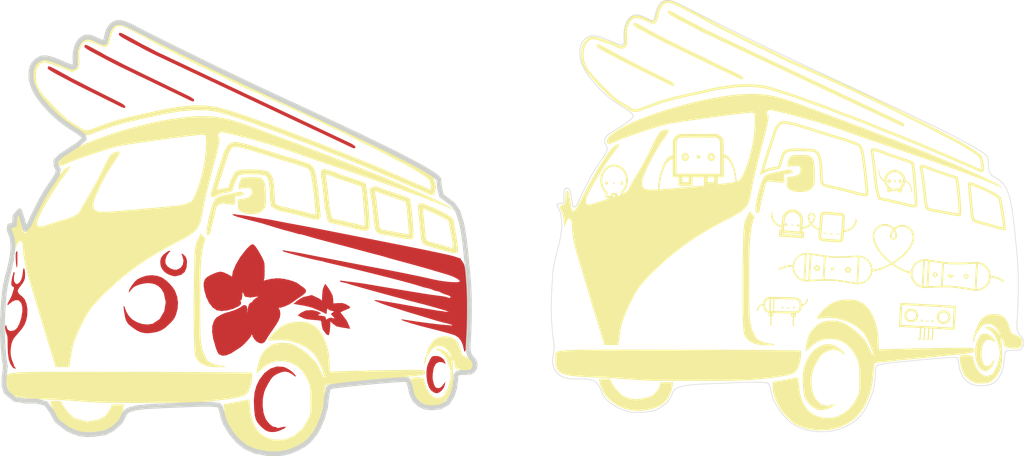
<source format=kicad_pcb>
(kicad_pcb (version 20171130) (host pcbnew "(5.1.9-0-10_14)")
  (title_block (title "Project Title"))
  (layers (0 F.Cu signal) (31 B.Cu signal) (34 B.Paste user) (35 F.Paste user) (36 B.SilkS user) (37 F.SilkS user) (38 B.Mask user) (39 F.Mask user) (44 Edge.Cuts user))
  (net 0 "")
  (module combi:Combi_All_04 (layer F.Cu) (at 232.41 91.44)
    (fp_text reference Ref** hide)
    (fp_text value Val** hide)
    (fp_line (start -46.25553 30.0344) (end -46.07741 30.3003) (layer Edge.Cuts) (width 0.1))
    (fp_line (start -46.07741 30.3003) (end -45.88792 30.5383) (layer Edge.Cuts) (width 0.1))
    (fp_line (start -45.88792 30.5383) (end -45.6878 30.75) (layer Edge.Cuts) (width 0.1))
    (fp_line (start -45.6878 30.75) (end -45.47777 30.9368) (layer Edge.Cuts) (width 0.1))
    (fp_line (start -45.47777 30.9368) (end -45.25855 31.1004) (layer Edge.Cuts) (width 0.1))
    (fp_line (start -45.25855 31.1004) (end -45.03088 31.2421) (layer Edge.Cuts) (width 0.1))
    (fp_line (start -45.03088 31.2421) (end -44.79548 31.3635) (layer Edge.Cuts) (width 0.1))
    (fp_line (start -44.79548 31.3635) (end -44.55307 31.4662) (layer Edge.Cuts) (width 0.1))
    (fp_line (start -44.55307 31.4662) (end -44.30438 31.5517) (layer Edge.Cuts) (width 0.1))
    (fp_line (start -44.30438 31.5517) (end -44.05014 31.6214) (layer Edge.Cuts) (width 0.1))
    (fp_line (start -44.05014 31.6214) (end -43.5279 31.7198) (layer Edge.Cuts) (width 0.1))
    (fp_line (start -43.5279 31.7198) (end -42.99217 31.7737) (layer Edge.Cuts) (width 0.1))
    (fp_line (start -42.99217 31.7737) (end -42.44874 31.7951) (layer Edge.Cuts) (width 0.1))
    (fp_line (start -42.44874 31.7951) (end -41.36205 31.7895) (layer Edge.Cuts) (width 0.1))
    (fp_line (start -41.36205 31.7895) (end -40.8304 31.7868) (layer Edge.Cuts) (width 0.1))
    (fp_line (start -40.8304 31.7868) (end -40.3143 31.8004) (layer Edge.Cuts) (width 0.1))
    (fp_line (start -40.3143 31.8004) (end -39.81954 31.8424) (layer Edge.Cuts) (width 0.1))
    (fp_line (start -39.81954 31.8424) (end -39.352 31.9251) (layer Edge.Cuts) (width 0.1))
    (fp_line (start -39.352 31.9251) (end -39.1302 31.9855) (layer Edge.Cuts) (width 0.1))
    (fp_line (start -39.1302 31.9855) (end -38.9173 32.0606) (layer Edge.Cuts) (width 0.1))
    (fp_line (start -38.9173 32.0606) (end -38.7142 32.152) (layer Edge.Cuts) (width 0.1))
    (fp_line (start -38.7142 32.152) (end -38.5215 32.2611) (layer Edge.Cuts) (width 0.1))
    (fp_line (start -38.5215 32.2611) (end -38.2737 32.4537) (layer Edge.Cuts) (width 0.1))
    (fp_line (start -38.2737 32.4537) (end -38.0629 32.6501) (layer Edge.Cuts) (width 0.1))
    (fp_line (start -38.0629 32.6501) (end -37.8842 32.8501) (layer Edge.Cuts) (width 0.1))
    (fp_line (start -37.8842 32.8501) (end -37.7333 33.0533) (layer Edge.Cuts) (width 0.1))
    (fp_line (start -37.7333 33.0533) (end -37.6052 33.2594) (layer Edge.Cuts) (width 0.1))
    (fp_line (start -37.6052 33.2594) (end -37.4956 33.4681) (layer Edge.Cuts) (width 0.1))
    (fp_line (start -37.4956 33.4681) (end -37.3128 33.8922) (layer Edge.Cuts) (width 0.1))
    (fp_line (start -37.3128 33.8922) (end -37.1478 34.323) (layer Edge.Cuts) (width 0.1))
    (fp_line (start -37.1478 34.323) (end -36.9635 34.7582) (layer Edge.Cuts) (width 0.1))
    (fp_line (start -36.9635 34.7582) (end -36.8525 34.9766) (layer Edge.Cuts) (width 0.1))
    (fp_line (start -36.8525 34.9766) (end -36.7228 35.1951) (layer Edge.Cuts) (width 0.1))
    (fp_line (start -36.7228 35.1951) (end -36.5697 35.4135) (layer Edge.Cuts) (width 0.1))
    (fp_line (start -36.5697 35.4135) (end -36.3887 35.6314) (layer Edge.Cuts) (width 0.1))
    (fp_line (start -36.3887 35.6314) (end -35.961 36.0585) (layer Edge.Cuts) (width 0.1))
    (fp_line (start -35.961 36.0585) (end -35.4721 36.4661) (layer Edge.Cuts) (width 0.1))
    (fp_line (start -35.4721 36.4661) (end -34.9333 36.8486) (layer Edge.Cuts) (width 0.1))
    (fp_line (start -34.9333 36.8486) (end -34.356 37.2004) (layer Edge.Cuts) (width 0.1))
    (fp_line (start -34.356 37.2004) (end -33.7519 37.516) (layer Edge.Cuts) (width 0.1))
    (fp_line (start -33.7519 37.516) (end -33.1323 37.79) (layer Edge.Cuts) (width 0.1))
    (fp_line (start -33.1323 37.79) (end -32.5087 38.0167) (layer Edge.Cuts) (width 0.1))
    (fp_line (start -32.5087 38.0167) (end -31.8926 38.1907) (layer Edge.Cuts) (width 0.1))
    (fp_line (start -31.8926 38.1907) (end -31.5778 38.2545) (layer Edge.Cuts) (width 0.1))
    (fp_line (start -31.5778 38.2545) (end -31.2445 38.3012) (layer Edge.Cuts) (width 0.1))
    (fp_line (start -31.2445 38.3012) (end -30.897 38.3322) (layer Edge.Cuts) (width 0.1))
    (fp_line (start -30.897 38.3322) (end -30.5392 38.349) (layer Edge.Cuts) (width 0.1))
    (fp_line (start -30.5392 38.349) (end -29.8098 38.3458) (layer Edge.Cuts) (width 0.1))
    (fp_line (start -29.8098 38.3458) (end -29.0892 38.3034) (layer Edge.Cuts) (width 0.1))
    (fp_line (start -29.0892 38.3034) (end -28.4105 38.2336) (layer Edge.Cuts) (width 0.1))
    (fp_line (start -28.4105 38.2336) (end -27.8066 38.1481) (layer Edge.Cuts) (width 0.1))
    (fp_line (start -27.8066 38.1481) (end -27.3106 38.0586) (layer Edge.Cuts) (width 0.1))
    (fp_line (start -27.3106 38.0586) (end -26.9554 37.9768) (layer Edge.Cuts) (width 0.1))
    (fp_line (start -26.9554 37.9768) (end -26.6449 37.8711) (layer Edge.Cuts) (width 0.1))
    (fp_line (start -26.6449 37.8711) (end -26.2743 37.7057) (layer Edge.Cuts) (width 0.1))
    (fp_line (start -26.2743 37.7057) (end -25.8643 37.4873) (layer Edge.Cuts) (width 0.1))
    (fp_line (start -25.8643 37.4873) (end -25.4355 37.2222) (layer Edge.Cuts) (width 0.1))
    (fp_line (start -25.4355 37.2222) (end -25.0083 36.9168) (layer Edge.Cuts) (width 0.1))
    (fp_line (start -25.0083 36.9168) (end -24.6034 36.5775) (layer Edge.Cuts) (width 0.1))
    (fp_line (start -24.6034 36.5775) (end -24.2412 36.2108) (layer Edge.Cuts) (width 0.1))
    (fp_line (start -24.2412 36.2108) (end -24.0826 36.0191) (layer Edge.Cuts) (width 0.1))
    (fp_line (start -24.0826 36.0191) (end -23.9423 35.823) (layer Edge.Cuts) (width 0.1))
    (fp_line (start -23.9423 35.823) (end -23.7177 35.4422) (layer Edge.Cuts) (width 0.1))
    (fp_line (start -23.7177 35.4422) (end -23.5487 35.0913) (layer Edge.Cuts) (width 0.1))
    (fp_line (start -23.5487 35.0913) (end -23.2835 34.4741) (layer Edge.Cuts) (width 0.1))
    (fp_line (start -23.2835 34.4741) (end -23.1401 34.2054) (layer Edge.Cuts) (width 0.1))
    (fp_line (start -23.1401 34.2054) (end -22.9581 33.9616) (layer Edge.Cuts) (width 0.1))
    (fp_line (start -22.9581 33.9616) (end -22.8452 33.8487) (layer Edge.Cuts) (width 0.1))
    (fp_line (start -22.8452 33.8487) (end -22.7138 33.7415) (layer Edge.Cuts) (width 0.1))
    (fp_line (start -22.7138 33.7415) (end -22.561 33.64) (layer Edge.Cuts) (width 0.1))
    (fp_line (start -22.561 33.64) (end -22.3838 33.544) (layer Edge.Cuts) (width 0.1))
    (fp_line (start -22.3838 33.544) (end -22.0747 33.4132) (layer Edge.Cuts) (width 0.1))
    (fp_line (start -22.0747 33.4132) (end -21.7178 33.2985) (layer Edge.Cuts) (width 0.1))
    (fp_line (start -21.7178 33.2985) (end -21.3164 33.1986) (layer Edge.Cuts) (width 0.1))
    (fp_line (start -21.3164 33.1986) (end -20.8738 33.1122) (layer Edge.Cuts) (width 0.1))
    (fp_line (start -20.8738 33.1122) (end -20.3934 33.0378) (layer Edge.Cuts) (width 0.1))
    (fp_line (start -20.3934 33.0378) (end -19.8785 32.9743) (layer Edge.Cuts) (width 0.1))
    (fp_line (start -19.8785 32.9743) (end -18.7583 32.8742) (layer Edge.Cuts) (width 0.1))
    (fp_line (start -18.7583 32.8742) (end -17.5398 32.8013) (layer Edge.Cuts) (width 0.1))
    (fp_line (start -17.5398 32.8013) (end -16.2495 32.7448) (layer Edge.Cuts) (width 0.1))
    (fp_line (start -16.2495 32.7448) (end -13.5599 32.6385) (layer Edge.Cuts) (width 0.1))
    (fp_line (start -13.5599 32.6385) (end -10.8576 32.5166) (layer Edge.Cuts) (width 0.1))
    (fp_line (start -10.8576 32.5166) (end -8.3395 32.4301) (layer Edge.Cuts) (width 0.1))
    (fp_line (start -8.3395 32.4301) (end -7.2292 32.4157) (layer Edge.Cuts) (width 0.1))
    (fp_line (start -7.2292 32.4157) (end -6.2605 32.4288) (layer Edge.Cuts) (width 0.1))
    (fp_line (start -6.2605 32.4288) (end -5.4654 32.4756) (layer Edge.Cuts) (width 0.1))
    (fp_line (start -5.4654 32.4756) (end -5.1429 32.5136) (layer Edge.Cuts) (width 0.1))
    (fp_line (start -5.1429 32.5136) (end -4.8757 32.5623) (layer Edge.Cuts) (width 0.1))
    (fp_line (start -4.8757 32.5623) (end -4.7377 32.6166) (layer Edge.Cuts) (width 0.1))
    (fp_line (start -4.7377 32.6166) (end -4.6199 32.7091) (layer Edge.Cuts) (width 0.1))
    (fp_line (start -4.6199 32.7091) (end -4.5193 32.8365) (layer Edge.Cuts) (width 0.1))
    (fp_line (start -4.5193 32.8365) (end -4.4331 32.9956) (layer Edge.Cuts) (width 0.1))
    (fp_line (start -4.4331 32.9956) (end -4.3585 33.183) (layer Edge.Cuts) (width 0.1))
    (fp_line (start -4.3585 33.183) (end -4.2926 33.3954) (layer Edge.Cuts) (width 0.1))
    (fp_line (start -4.2926 33.3954) (end -4.1755 33.882) (layer Edge.Cuts) (width 0.1))
    (fp_line (start -4.1755 33.882) (end -4.0591 34.4289) (layer Edge.Cuts) (width 0.1))
    (fp_line (start -4.0591 34.4289) (end -3.9206 35.0095) (layer Edge.Cuts) (width 0.1))
    (fp_line (start -3.9206 35.0095) (end -3.8359 35.3041) (layer Edge.Cuts) (width 0.1))
    (fp_line (start -3.8359 35.3041) (end -3.7371 35.5973) (layer Edge.Cuts) (width 0.1))
    (fp_line (start -3.7371 35.5973) (end -3.6214 35.8857) (layer Edge.Cuts) (width 0.1))
    (fp_line (start -3.6214 35.8857) (end -3.4859 36.1659) (layer Edge.Cuts) (width 0.1))
    (fp_line (start -3.4859 36.1659) (end -3.1977 36.6939) (layer Edge.Cuts) (width 0.1))
    (fp_line (start -3.1977 36.6939) (end -2.9155 37.1812) (layer Edge.Cuts) (width 0.1))
    (fp_line (start -2.9155 37.1812) (end -2.6347 37.6331) (layer Edge.Cuts) (width 0.1))
    (fp_line (start -2.6347 37.6331) (end -2.351 38.0546) (layer Edge.Cuts) (width 0.1))
    (fp_line (start -2.351 38.0546) (end -2.0597 38.4511) (layer Edge.Cuts) (width 0.1))
    (fp_line (start -2.0597 38.4511) (end -1.7565 38.8278) (layer Edge.Cuts) (width 0.1))
    (fp_line (start -1.7565 38.8278) (end -1.4368 39.1899) (layer Edge.Cuts) (width 0.1))
    (fp_line (start -1.4368 39.1899) (end -1.0962 39.5427) (layer Edge.Cuts) (width 0.1))
    (fp_line (start -1.0962 39.5427) (end -0.7415 39.8793) (layer Edge.Cuts) (width 0.1))
    (fp_line (start -0.7415 39.8793) (end -0.3785 40.1906) (layer Edge.Cuts) (width 0.1))
    (fp_line (start -0.3785 40.1906) (end -0.0005 40.4781) (layer Edge.Cuts) (width 0.1))
    (fp_line (start -0.0005 40.4781) (end 0.3991 40.7433) (layer Edge.Cuts) (width 0.1))
    (fp_line (start 0.3991 40.7433) (end 0.8268 40.9878) (layer Edge.Cuts) (width 0.1))
    (fp_line (start 0.8268 40.9878) (end 1.2892 41.213) (layer Edge.Cuts) (width 0.1))
    (fp_line (start 1.2892 41.213) (end 1.7929 41.4205) (layer Edge.Cuts) (width 0.1))
    (fp_line (start 1.7929 41.4205) (end 2.3444 41.6117) (layer Edge.Cuts) (width 0.1))
    (fp_line (start 2.3444 41.6117) (end 2.9384 41.779) (layer Edge.Cuts) (width 0.1))
    (fp_line (start 2.9384 41.779) (end 3.5628 41.913) (layer Edge.Cuts) (width 0.1))
    (fp_line (start 3.5628 41.913) (end 4.2137 42.0129) (layer Edge.Cuts) (width 0.1))
    (fp_line (start 4.2137 42.0129) (end 4.887 42.0781) (layer Edge.Cuts) (width 0.1))
    (fp_line (start 4.887 42.0781) (end 5.5789 42.1079) (layer Edge.Cuts) (width 0.1))
    (fp_line (start 5.5789 42.1079) (end 6.2853 42.1014) (layer Edge.Cuts) (width 0.1))
    (fp_line (start 6.2853 42.1014) (end 7.0025 42.0579) (layer Edge.Cuts) (width 0.1))
    (fp_line (start 7.0025 42.0579) (end 7.7264 41.9767) (layer Edge.Cuts) (width 0.1))
    (fp_line (start 7.7264 41.9767) (end 8.0939 41.9147) (layer Edge.Cuts) (width 0.1))
    (fp_line (start 8.0939 41.9147) (end 8.4683 41.8302) (layer Edge.Cuts) (width 0.1))
    (fp_line (start 8.4683 41.8302) (end 8.847 41.7255) (layer Edge.Cuts) (width 0.1))
    (fp_line (start 8.847 41.7255) (end 9.2271 41.6026) (layer Edge.Cuts) (width 0.1))
    (fp_line (start 9.2271 41.6026) (end 9.9801 41.311) (layer Edge.Cuts) (width 0.1))
    (fp_line (start 9.9801 41.311) (end 10.7049 40.9725) (layer Edge.Cuts) (width 0.1))
    (fp_line (start 10.7049 40.9725) (end 11.3789 40.6042) (layer Edge.Cuts) (width 0.1))
    (fp_line (start 11.3789 40.6042) (end 11.9795 40.2232) (layer Edge.Cuts) (width 0.1))
    (fp_line (start 11.9795 40.2232) (end 12.4842 39.8465) (layer Edge.Cuts) (width 0.1))
    (fp_line (start 12.4842 39.8465) (end 12.6935 39.6652) (layer Edge.Cuts) (width 0.1))
    (fp_line (start 12.6935 39.6652) (end 12.8704 39.4913) (layer Edge.Cuts) (width 0.1))
    (fp_line (start 12.8704 39.4913) (end 13.1773 39.166) (layer Edge.Cuts) (width 0.1))
    (fp_line (start 13.1773 39.166) (end 13.4667 38.8445) (layer Edge.Cuts) (width 0.1))
    (fp_line (start 13.4667 38.8445) (end 13.7499 38.4924) (layer Edge.Cuts) (width 0.1))
    (fp_line (start 13.7499 38.4924) (end 14.0384 38.0754) (layer Edge.Cuts) (width 0.1))
    (fp_line (start 14.0384 38.0754) (end 14.3438 37.559) (layer Edge.Cuts) (width 0.1))
    (fp_line (start 14.3438 37.559) (end 14.6773 36.9088) (layer Edge.Cuts) (width 0.1))
    (fp_line (start 14.6773 36.9088) (end 15.0506 36.0904) (layer Edge.Cuts) (width 0.1))
    (fp_line (start 15.0506 36.0904) (end 15.4749 35.0694) (layer Edge.Cuts) (width 0.1))
    (fp_line (start 15.4749 35.0694) (end 15.6789 34.5112) (layer Edge.Cuts) (width 0.1))
    (fp_line (start 15.6789 34.5112) (end 15.8405 33.9715) (layer Edge.Cuts) (width 0.1))
    (fp_line (start 15.8405 33.9715) (end 15.9651 33.4516) (layer Edge.Cuts) (width 0.1))
    (fp_line (start 15.9651 33.4516) (end 16.058 32.953) (layer Edge.Cuts) (width 0.1))
    (fp_line (start 16.058 32.953) (end 16.1244 32.4771) (layer Edge.Cuts) (width 0.1))
    (fp_line (start 16.1244 32.4771) (end 16.1697 32.0253) (layer Edge.Cuts) (width 0.1))
    (fp_line (start 16.1697 32.0253) (end 16.2181 31.1999) (layer Edge.Cuts) (width 0.1))
    (fp_line (start 16.2181 31.1999) (end 16.2454 30.488) (layer Edge.Cuts) (width 0.1))
    (fp_line (start 16.2454 30.488) (end 16.2644 30.1782) (layer Edge.Cuts) (width 0.1))
    (fp_line (start 16.2644 30.1782) (end 16.294 29.9011) (layer Edge.Cuts) (width 0.1))
    (fp_line (start 16.294 29.9011) (end 16.3395 29.658) (layer Edge.Cuts) (width 0.1))
    (fp_line (start 16.3395 29.658) (end 16.4063 29.4505) (layer Edge.Cuts) (width 0.1))
    (fp_line (start 16.4063 29.4505) (end 16.4995 29.28) (layer Edge.Cuts) (width 0.1))
    (fp_line (start 16.4995 29.28) (end 16.6246 29.1478) (layer Edge.Cuts) (width 0.1))
    (fp_line (start 16.6246 29.1478) (end 16.7353 29.0906) (layer Edge.Cuts) (width 0.1))
    (fp_line (start 16.7353 29.0906) (end 16.9214 29.0316) (layer Edge.Cuts) (width 0.1))
    (fp_line (start 16.9214 29.0316) (end 17.4986 28.9092) (layer Edge.Cuts) (width 0.1))
    (fp_line (start 17.4986 28.9092) (end 18.3148 28.7819) (layer Edge.Cuts) (width 0.1))
    (fp_line (start 18.3148 28.7819) (end 19.3284 28.6511) (layer Edge.Cuts) (width 0.1))
    (fp_line (start 19.3284 28.6511) (end 21.7819 28.3847) (layer Edge.Cuts) (width 0.1))
    (fp_line (start 21.7819 28.3847) (end 24.527 28.1213) (layer Edge.Cuts) (width 0.1))
    (fp_line (start 24.527 28.1213) (end 27.2365 27.8767) (layer Edge.Cuts) (width 0.1))
    (fp_line (start 27.2365 27.8767) (end 29.6019 27.6859) (layer Edge.Cuts) (width 0.1))
    (fp_line (start 29.6019 27.6859) (end 30.5607 27.6231) (layer Edge.Cuts) (width 0.1))
    (fp_line (start 30.5607 27.6231) (end 31.3196 27.5885) (layer Edge.Cuts) (width 0.1))
    (fp_line (start 31.3196 27.5885) (end 31.8406 27.5871) (layer Edge.Cuts) (width 0.1))
    (fp_line (start 31.8406 27.5871) (end 32 27.6005) (layer Edge.Cuts) (width 0.1))
    (fp_line (start 32 27.6005) (end 32.0858 27.624) (layer Edge.Cuts) (width 0.1))
    (fp_line (start 32.0858 27.624) (end 32.1733 27.6964) (layer Edge.Cuts) (width 0.1))
    (fp_line (start 32.1733 27.6964) (end 32.248 27.7967) (layer Edge.Cuts) (width 0.1))
    (fp_line (start 32.248 27.7967) (end 32.3113 27.9217) (layer Edge.Cuts) (width 0.1))
    (fp_line (start 32.3113 27.9217) (end 32.365 28.0686) (layer Edge.Cuts) (width 0.1))
    (fp_line (start 32.365 28.0686) (end 32.4502 28.4155) (layer Edge.Cuts) (width 0.1))
    (fp_line (start 32.4502 28.4155) (end 32.5167 28.8132) (layer Edge.Cuts) (width 0.1))
    (fp_line (start 32.5167 28.8132) (end 32.6467 29.6648) (layer Edge.Cuts) (width 0.1))
    (fp_line (start 32.6467 29.6648) (end 32.7366 30.0704) (layer Edge.Cuts) (width 0.1))
    (fp_line (start 32.7366 30.0704) (end 32.7936 30.2576) (layer Edge.Cuts) (width 0.1))
    (fp_line (start 32.7936 30.2576) (end 32.8608 30.4303) (layer Edge.Cuts) (width 0.1))
    (fp_line (start 32.8608 30.4303) (end 33.1389 31.0389) (layer Edge.Cuts) (width 0.1))
    (fp_line (start 33.1389 31.0389) (end 33.2808 31.311) (layer Edge.Cuts) (width 0.1))
    (fp_line (start 33.2808 31.311) (end 33.4365 31.5657) (layer Edge.Cuts) (width 0.1))
    (fp_line (start 33.4365 31.5657) (end 33.6146 31.8063) (layer Edge.Cuts) (width 0.1))
    (fp_line (start 33.6146 31.8063) (end 33.8238 32.0359) (layer Edge.Cuts) (width 0.1))
    (fp_line (start 33.8238 32.0359) (end 34.073 32.2577) (layer Edge.Cuts) (width 0.1))
    (fp_line (start 34.073 32.2577) (end 34.3709 32.4749) (layer Edge.Cuts) (width 0.1))
    (fp_line (start 34.3709 32.4749) (end 34.6839 32.6665) (layer Edge.Cuts) (width 0.1))
    (fp_line (start 34.6839 32.6665) (end 34.9781 32.8137) (layer Edge.Cuts) (width 0.1))
    (fp_line (start 34.9781 32.8137) (end 35.2615 32.9224) (layer Edge.Cuts) (width 0.1))
    (fp_line (start 35.2615 32.9224) (end 35.5423 32.9988) (layer Edge.Cuts) (width 0.1))
    (fp_line (start 35.5423 32.9988) (end 35.8287 33.049) (layer Edge.Cuts) (width 0.1))
    (fp_line (start 35.8287 33.049) (end 36.1289 33.079) (layer Edge.Cuts) (width 0.1))
    (fp_line (start 36.1289 33.079) (end 36.8031 33.103) (layer Edge.Cuts) (width 0.1))
    (fp_line (start 36.8031 33.103) (end 37.1862 33.1004) (layer Edge.Cuts) (width 0.1))
    (fp_line (start 37.1862 33.1004) (end 37.589 33.0769) (layer Edge.Cuts) (width 0.1))
    (fp_line (start 37.589 33.0769) (end 38.0008 33.0268) (layer Edge.Cuts) (width 0.1))
    (fp_line (start 38.0008 33.0268) (end 38.411 32.9445) (layer Edge.Cuts) (width 0.1))
    (fp_line (start 38.411 32.9445) (end 38.8089 32.8244) (layer Edge.Cuts) (width 0.1))
    (fp_line (start 38.8089 32.8244) (end 39.184 32.6608) (layer Edge.Cuts) (width 0.1))
    (fp_line (start 39.184 32.6608) (end 39.3596 32.561) (layer Edge.Cuts) (width 0.1))
    (fp_line (start 39.3596 32.561) (end 39.5256 32.4482) (layer Edge.Cuts) (width 0.1))
    (fp_line (start 39.5256 32.4482) (end 39.6806 32.3217) (layer Edge.Cuts) (width 0.1))
    (fp_line (start 39.6806 32.3217) (end 39.8232 32.1809) (layer Edge.Cuts) (width 0.1))
    (fp_line (start 39.8232 32.1809) (end 40.088 31.8626) (layer Edge.Cuts) (width 0.1))
    (fp_line (start 40.088 31.8626) (end 40.3359 31.507) (layer Edge.Cuts) (width 0.1))
    (fp_line (start 40.3359 31.507) (end 40.5629 31.1239) (layer Edge.Cuts) (width 0.1))
    (fp_line (start 40.5629 31.1239) (end 40.7654 30.723) (layer Edge.Cuts) (width 0.1))
    (fp_line (start 40.7654 30.723) (end 40.9395 30.3138) (layer Edge.Cuts) (width 0.1))
    (fp_line (start 40.9395 30.3138) (end 41.0813 29.9062) (layer Edge.Cuts) (width 0.1))
    (fp_line (start 41.0813 29.9062) (end 41.1871 29.5097) (layer Edge.Cuts) (width 0.1))
    (fp_line (start 41.1871 29.5097) (end 41.2531 29.134) (layer Edge.Cuts) (width 0.1))
    (fp_line (start 41.2531 29.134) (end 41.4273 27.7744) (layer Edge.Cuts) (width 0.1))
    (fp_line (start 41.4273 27.7744) (end 41.4931 27.2036) (layer Edge.Cuts) (width 0.1))
    (fp_line (start 41.4931 27.2036) (end 41.5289 26.7435) (layer Edge.Cuts) (width 0.1))
    (fp_line (start 41.5289 26.7435) (end 41.5585 26.5976) (layer Edge.Cuts) (width 0.1))
    (fp_line (start 41.5585 26.5976) (end 41.6193 26.4807) (layer Edge.Cuts) (width 0.1))
    (fp_line (start 41.6193 26.4807) (end 41.7087 26.3897) (layer Edge.Cuts) (width 0.1))
    (fp_line (start 41.7087 26.3897) (end 41.8238 26.3215) (layer Edge.Cuts) (width 0.1))
    (fp_line (start 41.8238 26.3215) (end 41.9619 26.273) (layer Edge.Cuts) (width 0.1))
    (fp_line (start 41.9619 26.273) (end 42.1202 26.2411) (layer Edge.Cuts) (width 0.1))
    (fp_line (start 42.1202 26.2411) (end 42.4867 26.2147) (layer Edge.Cuts) (width 0.1))
    (fp_line (start 42.4867 26.2147) (end 43.3418 26.2249) (layer Edge.Cuts) (width 0.1))
    (fp_line (start 43.3418 26.2249) (end 43.7864 26.212) (layer Edge.Cuts) (width 0.1))
    (fp_line (start 43.7864 26.212) (end 44.0034 26.1901) (layer Edge.Cuts) (width 0.1))
    (fp_line (start 44.0034 26.1901) (end 44.2131 26.154) (layer Edge.Cuts) (width 0.1))
    (fp_line (start 44.2131 26.154) (end 44.4212 26.0787) (layer Edge.Cuts) (width 0.1))
    (fp_line (start 44.4212 26.0787) (end 44.6076 25.9735) (layer Edge.Cuts) (width 0.1))
    (fp_line (start 44.6076 25.9735) (end 44.771 25.8417) (layer Edge.Cuts) (width 0.1))
    (fp_line (start 44.771 25.8417) (end 44.9102 25.6864) (layer Edge.Cuts) (width 0.1))
    (fp_line (start 44.9102 25.6864) (end 45.024 25.511) (layer Edge.Cuts) (width 0.1))
    (fp_line (start 45.024 25.511) (end 45.1111 25.3187) (layer Edge.Cuts) (width 0.1))
    (fp_line (start 45.1111 25.3187) (end 45.1702 25.1126) (layer Edge.Cuts) (width 0.1))
    (fp_line (start 45.1702 25.1126) (end 45.2002 24.896) (layer Edge.Cuts) (width 0.1))
    (fp_line (start 45.2002 24.896) (end 45.1909 24.6185) (layer Edge.Cuts) (width 0.1))
    (fp_line (start 45.1909 24.6185) (end 45.1333 24.3205) (layer Edge.Cuts) (width 0.1))
    (fp_line (start 45.1333 24.3205) (end 45.0262 24.0217) (layer Edge.Cuts) (width 0.1))
    (fp_line (start 45.0262 24.0217) (end 44.9535 23.8782) (layer Edge.Cuts) (width 0.1))
    (fp_line (start 44.9535 23.8782) (end 44.868 23.7419) (layer Edge.Cuts) (width 0.1))
    (fp_line (start 44.868 23.7419) (end 44.6464 23.4792) (layer Edge.Cuts) (width 0.1))
    (fp_line (start 44.6464 23.4792) (end 44.3825 23.1767) (layer Edge.Cuts) (width 0.1))
    (fp_line (start 44.3825 23.1767) (end 44.2499 22.9908) (layer Edge.Cuts) (width 0.1))
    (fp_line (start 44.2499 22.9908) (end 44.1249 22.771) (layer Edge.Cuts) (width 0.1))
    (fp_line (start 44.1249 22.771) (end 44.0136 22.5097) (layer Edge.Cuts) (width 0.1))
    (fp_line (start 44.0136 22.5097) (end 43.922 22.1988) (layer Edge.Cuts) (width 0.1))
    (fp_line (start 43.922 22.1988) (end 43.8887 22.0125) (layer Edge.Cuts) (width 0.1))
    (fp_line (start 43.8887 22.0125) (end 43.8674 21.793) (layer Edge.Cuts) (width 0.1))
    (fp_line (start 43.8674 21.793) (end 43.8556 21.2619) (layer Edge.Cuts) (width 0.1))
    (fp_line (start 43.8556 21.2619) (end 43.8759 20.6193) (layer Edge.Cuts) (width 0.1))
    (fp_line (start 43.8759 20.6193) (end 43.9178 19.8792) (layer Edge.Cuts) (width 0.1))
    (fp_line (start 43.9178 19.8792) (end 44.0231 18.1629) (layer Edge.Cuts) (width 0.1))
    (fp_line (start 44.0231 18.1629) (end 44.0653 17.2146) (layer Edge.Cuts) (width 0.1))
    (fp_line (start 44.0653 17.2146) (end 44.0862 16.2249) (layer Edge.Cuts) (width 0.1))
    (fp_line (start 44.0862 16.2249) (end 44.1056 14.1653) (layer Edge.Cuts) (width 0.1))
    (fp_line (start 44.1056 14.1653) (end 44.1023 11.9712) (layer Edge.Cuts) (width 0.1))
    (fp_line (start 44.1023 11.9712) (end 44.0759 10.8059) (layer Edge.Cuts) (width 0.1))
    (fp_line (start 44.0759 10.8059) (end 44.0241 9.5855) (layer Edge.Cuts) (width 0.1))
    (fp_line (start 44.0241 9.5855) (end 43.9407 8.3028) (layer Edge.Cuts) (width 0.1))
    (fp_line (start 43.9407 8.3028) (end 43.819 6.9507) (layer Edge.Cuts) (width 0.1))
    (fp_line (start 43.819 6.9507) (end 43.5161 3.8083) (layer Edge.Cuts) (width 0.1))
    (fp_line (start 43.5161 3.8083) (end 43.3391 2.075) (layer Edge.Cuts) (width 0.1))
    (fp_line (start 43.3391 2.075) (end 43.1336 0.332) (layer Edge.Cuts) (width 0.1))
    (fp_line (start 43.1336 0.332) (end 42.8909 -1.3467) (layer Edge.Cuts) (width 0.1))
    (fp_line (start 42.8909 -1.3467) (end 42.753 -2.1389) (layer Edge.Cuts) (width 0.1))
    (fp_line (start 42.753 -2.1389) (end 42.6025 -2.8874) (layer Edge.Cuts) (width 0.1))
    (fp_line (start 42.6025 -2.8874) (end 42.4385 -3.5829) (layer Edge.Cuts) (width 0.1))
    (fp_line (start 42.4385 -3.5829) (end 42.2598 -4.2162) (layer Edge.Cuts) (width 0.1))
    (fp_line (start 42.2598 -4.2162) (end 42.0654 -4.778) (layer Edge.Cuts) (width 0.1))
    (fp_line (start 42.0654 -4.778) (end 41.8541 -5.2592) (layer Edge.Cuts) (width 0.1))
    (fp_line (start 41.8541 -5.2592) (end 41.6318 -5.6668) (layer Edge.Cuts) (width 0.1))
    (fp_line (start 41.6318 -5.6668) (end 41.4058 -6.018) (layer Edge.Cuts) (width 0.1))
    (fp_line (start 41.4058 -6.018) (end 41.1776 -6.3186) (layer Edge.Cuts) (width 0.1))
    (fp_line (start 41.1776 -6.3186) (end 40.9488 -6.5745) (layer Edge.Cuts) (width 0.1))
    (fp_line (start 40.9488 -6.5745) (end 40.7207 -6.7916) (layer Edge.Cuts) (width 0.1))
    (fp_line (start 40.7207 -6.7916) (end 40.4949 -6.9755) (layer Edge.Cuts) (width 0.1))
    (fp_line (start 40.4949 -6.9755) (end 40.2728 -7.1323) (layer Edge.Cuts) (width 0.1))
    (fp_line (start 40.2728 -7.1323) (end 40.056 -7.2678) (layer Edge.Cuts) (width 0.1))
    (fp_line (start 40.056 -7.2678) (end 39.644 -7.498) (layer Edge.Cuts) (width 0.1))
    (fp_line (start 39.644 -7.498) (end 39.2706 -7.7128) (layer Edge.Cuts) (width 0.1))
    (fp_line (start 39.2706 -7.7128) (end 39.1021 -7.8292) (layer Edge.Cuts) (width 0.1))
    (fp_line (start 39.1021 -7.8292) (end 38.9478 -7.9592) (layer Edge.Cuts) (width 0.1))
    (fp_line (start 38.9478 -7.9592) (end 38.8091 -8.1088) (layer Edge.Cuts) (width 0.1))
    (fp_line (start 38.8091 -8.1088) (end 38.6874 -8.2837) (layer Edge.Cuts) (width 0.1))
    (fp_line (start 38.6874 -8.2837) (end 38.5857 -8.4698) (layer Edge.Cuts) (width 0.1))
    (fp_line (start 38.5857 -8.4698) (end 38.5044 -8.6501) (layer Edge.Cuts) (width 0.1))
    (fp_line (start 38.5044 -8.6501) (end 38.393 -9.0004) (layer Edge.Cuts) (width 0.1))
    (fp_line (start 38.393 -9.0004) (end 38.3335 -9.3484) (layer Edge.Cuts) (width 0.1))
    (fp_line (start 38.3335 -9.3484) (end 38.3062 -9.7082) (layer Edge.Cuts) (width 0.1))
    (fp_line (start 38.3062 -9.7082) (end 38.2697 -10.5189) (layer Edge.Cuts) (width 0.1))
    (fp_line (start 38.2697 -10.5189) (end 38.2211 -10.9978) (layer Edge.Cuts) (width 0.1))
    (fp_line (start 38.2211 -10.9978) (end 38.1261 -11.5444) (layer Edge.Cuts) (width 0.1))
    (fp_line (start 38.1261 -11.5444) (end 37.9814 -11.7321) (layer Edge.Cuts) (width 0.1))
    (fp_line (start 37.9814 -11.7321) (end 37.7555 -11.9499) (layer Edge.Cuts) (width 0.1))
    (fp_line (start 37.7555 -11.9499) (end 37.4512 -12.1969) (layer Edge.Cuts) (width 0.1))
    (fp_line (start 37.4512 -12.1969) (end 37.071 -12.4719) (layer Edge.Cuts) (width 0.1))
    (fp_line (start 37.071 -12.4719) (end 36.6177 -12.774) (layer Edge.Cuts) (width 0.1))
    (fp_line (start 36.6177 -12.774) (end 36.0939 -13.1023) (layer Edge.Cuts) (width 0.1))
    (fp_line (start 36.0939 -13.1023) (end 34.8454 -13.8333) (layer Edge.Cuts) (width 0.1))
    (fp_line (start 34.8454 -13.8333) (end 33.3468 -14.6569) (layer Edge.Cuts) (width 0.1))
    (fp_line (start 33.3468 -14.6569) (end 31.6193 -15.5652) (layer Edge.Cuts) (width 0.1))
    (fp_line (start 31.6193 -15.5652) (end 29.6841 -16.5502) (layer Edge.Cuts) (width 0.1))
    (fp_line (start 29.6841 -16.5502) (end 27.5625 -17.6041) (layer Edge.Cuts) (width 0.1))
    (fp_line (start 27.5625 -17.6041) (end 25.2758 -18.719) (layer Edge.Cuts) (width 0.1))
    (fp_line (start 25.2758 -18.719) (end 22.8451 -19.8868) (layer Edge.Cuts) (width 0.1))
    (fp_line (start 22.8451 -19.8868) (end 20.2917 -21.0996) (layer Edge.Cuts) (width 0.1))
    (fp_line (start 20.2917 -21.0996) (end 17.637 -22.3496) (layer Edge.Cuts) (width 0.1))
    (fp_line (start 17.637 -22.3496) (end 14.902 -23.6288) (layer Edge.Cuts) (width 0.1))
    (fp_line (start 14.902 -23.6288) (end 12.1082 -24.9293) (layer Edge.Cuts) (width 0.1))
    (fp_line (start 12.1082 -24.9293) (end 9.2766 -26.2432) (layer Edge.Cuts) (width 0.1))
    (fp_line (start 9.2766 -26.2432) (end 6.4286 -27.5624) (layer Edge.Cuts) (width 0.1))
    (fp_line (start 6.4286 -27.5624) (end 3.626 -28.8688) (layer Edge.Cuts) (width 0.1))
    (fp_line (start 3.626 -28.8688) (end 0.8458 -30.1806) (layer Edge.Cuts) (width 0.1))
    (fp_line (start 0.8458 -30.1806) (end -1.8907 -31.4856) (layer Edge.Cuts) (width 0.1))
    (fp_line (start -1.8907 -31.4856) (end -4.5623 -32.772) (layer Edge.Cuts) (width 0.1))
    (fp_line (start -4.5623 -32.772) (end -7.1477 -34.0275) (layer Edge.Cuts) (width 0.1))
    (fp_line (start -7.1477 -34.0275) (end -9.6259 -35.2403) (layer Edge.Cuts) (width 0.1))
    (fp_line (start -9.6259 -35.2403) (end -11.9755 -36.3982) (layer Edge.Cuts) (width 0.1))
    (fp_line (start -11.9755 -36.3982) (end -14.1754 -37.4892) (layer Edge.Cuts) (width 0.1))
    (fp_line (start -14.1754 -37.4892) (end -16.2042 -38.5012) (layer Edge.Cuts) (width 0.1))
    (fp_line (start -16.2042 -38.5012) (end -18.0409 -39.4223) (layer Edge.Cuts) (width 0.1))
    (fp_line (start -18.0409 -39.4223) (end -19.6641 -40.2404) (layer Edge.Cuts) (width 0.1))
    (fp_line (start -19.6641 -40.2404) (end -20.3891 -40.60701) (layer Edge.Cuts) (width 0.1))
    (fp_line (start -20.3891 -40.60701) (end -21.0527 -40.94338) (layer Edge.Cuts) (width 0.1))
    (fp_line (start -21.0527 -40.94338) (end -21.4068 -41.13378) (layer Edge.Cuts) (width 0.1))
    (fp_line (start -21.4068 -41.13378) (end -21.7569 -41.31166) (layer Edge.Cuts) (width 0.1))
    (fp_line (start -21.7569 -41.31166) (end -22.1043 -41.47757) (layer Edge.Cuts) (width 0.1))
    (fp_line (start -22.1043 -41.47757) (end -22.4505 -41.63207) (layer Edge.Cuts) (width 0.1))
    (fp_line (start -22.4505 -41.63207) (end -22.797 -41.77568) (layer Edge.Cuts) (width 0.1))
    (fp_line (start -22.797 -41.77568) (end -23.145 -41.90897) (layer Edge.Cuts) (width 0.1))
    (fp_line (start -23.145 -41.90897) (end -23.5116 -42.03101) (layer Edge.Cuts) (width 0.1))
    (fp_line (start -23.5116 -42.03101) (end -23.901 -42.11931) (layer Edge.Cuts) (width 0.1))
    (fp_line (start -23.901 -42.11931) (end -24.2756 -42.14231) (layer Edge.Cuts) (width 0.1))
    (fp_line (start -24.2756 -42.14231) (end -24.4425 -42.13812) (layer Edge.Cuts) (width 0.1))
    (fp_line (start -24.4425 -42.13812) (end -24.6087 -42.11731) (layer Edge.Cuts) (width 0.1))
    (fp_line (start -24.6087 -42.11731) (end -24.9277 -42.0343) (layer Edge.Cuts) (width 0.1))
    (fp_line (start -24.9277 -42.0343) (end -25.2107 -41.91129) (layer Edge.Cuts) (width 0.1))
    (fp_line (start -25.2107 -41.91129) (end -25.4604 -41.7523) (layer Edge.Cuts) (width 0.1))
    (fp_line (start -25.4604 -41.7523) (end -25.6797 -41.56147) (layer Edge.Cuts) (width 0.1))
    (fp_line (start -25.6797 -41.56147) (end -25.8712 -41.34283) (layer Edge.Cuts) (width 0.1))
    (fp_line (start -25.8712 -41.34283) (end -26.0378 -41.10047) (layer Edge.Cuts) (width 0.1))
    (fp_line (start -26.0378 -41.10047) (end -26.1821 -40.83845) (layer Edge.Cuts) (width 0.1))
    (fp_line (start -26.1821 -40.83845) (end -26.307 -40.56087) (layer Edge.Cuts) (width 0.1))
    (fp_line (start -26.307 -40.56087) (end -26.4152 -40.27178) (layer Edge.Cuts) (width 0.1))
    (fp_line (start -26.4152 -40.27178) (end -26.5094 -39.97527) (layer Edge.Cuts) (width 0.1))
    (fp_line (start -26.5094 -39.97527) (end -26.6671 -39.3763) (layer Edge.Cuts) (width 0.1))
    (fp_line (start -26.6671 -39.3763) (end -26.802 -38.7965) (layer Edge.Cuts) (width 0.1))
    (fp_line (start -26.802 -38.7965) (end -26.8857 -38.5219) (layer Edge.Cuts) (width 0.1))
    (fp_line (start -26.8857 -38.5219) (end -26.9913 -38.2893) (layer Edge.Cuts) (width 0.1))
    (fp_line (start -26.9913 -38.2893) (end -27.0265 -38.2444) (layer Edge.Cuts) (width 0.1))
    (fp_line (start -27.0265 -38.2444) (end -27.0721 -38.2131) (layer Edge.Cuts) (width 0.1))
    (fp_line (start -27.0721 -38.2131) (end -27.1924 -38.1876) (layer Edge.Cuts) (width 0.1))
    (fp_line (start -27.1924 -38.1876) (end -27.348 -38.2059) (layer Edge.Cuts) (width 0.1))
    (fp_line (start -27.348 -38.2059) (end -27.5348 -38.2613) (layer Edge.Cuts) (width 0.1))
    (fp_line (start -27.5348 -38.2613) (end -27.9863 -38.4546) (layer Edge.Cuts) (width 0.1))
    (fp_line (start -27.9863 -38.4546) (end -28.5145 -38.7116) (layer Edge.Cuts) (width 0.1))
    (fp_line (start -28.5145 -38.7116) (end -29.0872 -38.9766) (layer Edge.Cuts) (width 0.1))
    (fp_line (start -29.0872 -38.9766) (end -29.3802 -39.0946) (layer Edge.Cuts) (width 0.1))
    (fp_line (start -29.3802 -39.0946) (end -29.6721 -39.1936) (layer Edge.Cuts) (width 0.1))
    (fp_line (start -29.6721 -39.1936) (end -29.959 -39.2667) (layer Edge.Cuts) (width 0.1))
    (fp_line (start -29.959 -39.2667) (end -30.2369 -39.3069) (layer Edge.Cuts) (width 0.1))
    (fp_line (start -30.2369 -39.3069) (end -30.5016 -39.3073) (layer Edge.Cuts) (width 0.1))
    (fp_line (start -30.5016 -39.3073) (end -30.7492 -39.2606) (layer Edge.Cuts) (width 0.1))
    (fp_line (start -30.7492 -39.2606) (end -30.9769 -39.179) (layer Edge.Cuts) (width 0.1))
    (fp_line (start -30.9769 -39.179) (end -31.1853 -39.0793) (layer Edge.Cuts) (width 0.1))
    (fp_line (start -31.1853 -39.0793) (end -31.3759 -38.9623) (layer Edge.Cuts) (width 0.1))
    (fp_line (start -31.3759 -38.9623) (end -31.55 -38.8286) (layer Edge.Cuts) (width 0.1))
    (fp_line (start -31.55 -38.8286) (end -31.8271 -38.5606) (layer Edge.Cuts) (width 0.1))
    (fp_line (start -31.8271 -38.5606) (end -32.0584 -38.2669) (layer Edge.Cuts) (width 0.1))
    (fp_line (start -32.0584 -38.2669) (end -32.2486 -37.9512) (layer Edge.Cuts) (width 0.1))
    (fp_line (start -32.2486 -37.9512) (end -32.4027 -37.617) (layer Edge.Cuts) (width 0.1))
    (fp_line (start -32.4027 -37.617) (end -32.5256 -37.2677) (layer Edge.Cuts) (width 0.1))
    (fp_line (start -32.5256 -37.2677) (end -32.6223 -36.907) (layer Edge.Cuts) (width 0.1))
    (fp_line (start -32.6223 -36.907) (end -32.6976 -36.5383) (layer Edge.Cuts) (width 0.1))
    (fp_line (start -32.6976 -36.5383) (end -32.7565 -36.1652) (layer Edge.Cuts) (width 0.1))
    (fp_line (start -32.7565 -36.1652) (end -32.7796 -35.9331) (layer Edge.Cuts) (width 0.1))
    (fp_line (start -32.7796 -35.9331) (end -32.7924 -35.6834) (layer Edge.Cuts) (width 0.1))
    (fp_line (start -32.7924 -35.6834) (end -32.7967 -35.4206) (layer Edge.Cuts) (width 0.1))
    (fp_line (start -32.7967 -35.4206) (end -32.7942 -35.149) (layer Edge.Cuts) (width 0.1))
    (fp_line (start -32.7942 -35.149) (end -32.7867 -34.8731) (layer Edge.Cuts) (width 0.1))
    (fp_line (start -32.7867 -34.8731) (end -32.7759 -34.5972) (layer Edge.Cuts) (width 0.1))
    (fp_line (start -32.7759 -34.5972) (end -32.7636 -34.3258) (layer Edge.Cuts) (width 0.1))
    (fp_line (start -32.7636 -34.3258) (end -32.7515 -34.0632) (layer Edge.Cuts) (width 0.1))
    (fp_line (start -32.7515 -34.0632) (end -32.7583 -33.9389) (layer Edge.Cuts) (width 0.1))
    (fp_line (start -32.7583 -33.9389) (end -32.7867 -33.8126) (layer Edge.Cuts) (width 0.1))
    (fp_line (start -32.7867 -33.8126) (end -32.8407 -33.6823) (layer Edge.Cuts) (width 0.1))
    (fp_line (start -32.8407 -33.6823) (end -32.9246 -33.5458) (layer Edge.Cuts) (width 0.1))
    (fp_line (start -32.9246 -33.5458) (end -32.9852 -33.4865) (layer Edge.Cuts) (width 0.1))
    (fp_line (start -32.9852 -33.4865) (end -33.0661 -33.4481) (layer Edge.Cuts) (width 0.1))
    (fp_line (start -33.0661 -33.4481) (end -33.166 -33.4292) (layer Edge.Cuts) (width 0.1))
    (fp_line (start -33.166 -33.4292) (end -33.284 -33.4284) (layer Edge.Cuts) (width 0.1))
    (fp_line (start -33.284 -33.4284) (end -33.5698 -33.4756) (layer Edge.Cuts) (width 0.1))
    (fp_line (start -33.5698 -33.4756) (end -33.9145 -33.5785) (layer Edge.Cuts) (width 0.1))
    (fp_line (start -33.9145 -33.5785) (end -34.3095 -33.7262) (layer Edge.Cuts) (width 0.1))
    (fp_line (start -34.3095 -33.7262) (end -34.7458 -33.9074) (layer Edge.Cuts) (width 0.1))
    (fp_line (start -34.7458 -33.9074) (end -35.2146 -34.1112) (layer Edge.Cuts) (width 0.1))
    (fp_line (start -35.2146 -34.1112) (end -35.7073 -34.3264) (layer Edge.Cuts) (width 0.1))
    (fp_line (start -35.7073 -34.3264) (end -36.215 -34.542) (layer Edge.Cuts) (width 0.1))
    (fp_line (start -36.215 -34.542) (end -36.7288 -34.7469) (layer Edge.Cuts) (width 0.1))
    (fp_line (start -36.7288 -34.7469) (end -37.24 -34.9301) (layer Edge.Cuts) (width 0.1))
    (fp_line (start -37.24 -34.9301) (end -37.7398 -35.0803) (layer Edge.Cuts) (width 0.1))
    (fp_line (start -37.7398 -35.0803) (end -38.2194 -35.1866) (layer Edge.Cuts) (width 0.1))
    (fp_line (start -38.2194 -35.1866) (end -38.67 -35.2379) (layer Edge.Cuts) (width 0.1))
    (fp_line (start -38.67 -35.2379) (end -38.8816 -35.2395) (layer Edge.Cuts) (width 0.1))
    (fp_line (start -38.8816 -35.2395) (end -39.0827 -35.2231) (layer Edge.Cuts) (width 0.1))
    (fp_line (start -39.0827 -35.2231) (end -39.2722 -35.1875) (layer Edge.Cuts) (width 0.1))
    (fp_line (start -39.2722 -35.1875) (end -39.4489 -35.1311) (layer Edge.Cuts) (width 0.1))
    (fp_line (start -39.4489 -35.1311) (end -39.76919 -34.9879) (layer Edge.Cuts) (width 0.1))
    (fp_line (start -39.76919 -34.9879) (end -40.05194 -34.8279) (layer Edge.Cuts) (width 0.1))
    (fp_line (start -40.05194 -34.8279) (end -40.29953 -34.6532) (layer Edge.Cuts) (width 0.1))
    (fp_line (start -40.29953 -34.6532) (end -40.51439 -34.4658) (layer Edge.Cuts) (width 0.1))
    (fp_line (start -40.51439 -34.4658) (end -40.69891 -34.2677) (layer Edge.Cuts) (width 0.1))
    (fp_line (start -40.69891 -34.2677) (end -40.85551 -34.0609) (layer Edge.Cuts) (width 0.1))
    (fp_line (start -40.85551 -34.0609) (end -40.9866 -33.8474) (layer Edge.Cuts) (width 0.1))
    (fp_line (start -40.9866 -33.8474) (end -41.0946 -33.6291) (layer Edge.Cuts) (width 0.1))
    (fp_line (start -41.0946 -33.6291) (end -41.18192 -33.4081) (layer Edge.Cuts) (width 0.1))
    (fp_line (start -41.18192 -33.4081) (end -41.25095 -33.1864) (layer Edge.Cuts) (width 0.1))
    (fp_line (start -41.25095 -33.1864) (end -41.34386 -32.7486) (layer Edge.Cuts) (width 0.1))
    (fp_line (start -41.34386 -32.7486) (end -41.39263 -32.3317) (layer Edge.Cuts) (width 0.1))
    (fp_line (start -41.39263 -32.3317) (end -41.41654 -31.9516) (layer Edge.Cuts) (width 0.1))
    (fp_line (start -41.41654 -31.9516) (end -41.41764 -31.5698) (layer Edge.Cuts) (width 0.1))
    (fp_line (start -41.41764 -31.5698) (end -41.37827 -31.1361) (layer Edge.Cuts) (width 0.1))
    (fp_line (start -41.37827 -31.1361) (end -41.28816 -30.6488) (layer Edge.Cuts) (width 0.1))
    (fp_line (start -41.28816 -30.6488) (end -41.13705 -30.1061) (layer Edge.Cuts) (width 0.1))
    (fp_line (start -41.13705 -30.1061) (end -40.91465 -29.5064) (layer Edge.Cuts) (width 0.1))
    (fp_line (start -40.91465 -29.5064) (end -40.6107 -28.8479) (layer Edge.Cuts) (width 0.1))
    (fp_line (start -40.6107 -28.8479) (end -40.21494 -28.129) (layer Edge.Cuts) (width 0.1))
    (fp_line (start -40.21494 -28.129) (end -39.71708 -27.3481) (layer Edge.Cuts) (width 0.1))
    (fp_line (start -39.71708 -27.3481) (end -38.7925 -26.2271) (layer Edge.Cuts) (width 0.1))
    (fp_line (start -38.7925 -26.2271) (end -38.2705 -25.631) (layer Edge.Cuts) (width 0.1))
    (fp_line (start -38.2705 -25.631) (end -37.7087 -25.0231) (layer Edge.Cuts) (width 0.1))
    (fp_line (start -37.7087 -25.0231) (end -37.107 -24.4123) (layer Edge.Cuts) (width 0.1))
    (fp_line (start -37.107 -24.4123) (end -36.4654 -23.8077) (layer Edge.Cuts) (width 0.1))
    (fp_line (start -36.4654 -23.8077) (end -35.7839 -23.218) (layer Edge.Cuts) (width 0.1))
    (fp_line (start -35.7839 -23.218) (end -35.0624 -22.6524) (layer Edge.Cuts) (width 0.1))
    (fp_line (start -35.0624 -22.6524) (end -34.3031 -22.1191) (layer Edge.Cuts) (width 0.1))
    (fp_line (start -34.3031 -22.1191) (end -33.5353 -21.6211) (layer Edge.Cuts) (width 0.1))
    (fp_line (start -33.5353 -21.6211) (end -32.135 -20.7329) (layer Edge.Cuts) (width 0.1))
    (fp_line (start -32.135 -20.7329) (end -31.583 -20.3437) (layer Edge.Cuts) (width 0.1))
    (fp_line (start -31.583 -20.3437) (end -31.3617 -20.1631) (layer Edge.Cuts) (width 0.1))
    (fp_line (start -31.3617 -20.1631) (end -31.1835 -19.9919) (layer Edge.Cuts) (width 0.1))
    (fp_line (start -31.1835 -19.9919) (end -31.0535 -19.8301) (layer Edge.Cuts) (width 0.1))
    (fp_line (start -31.0535 -19.8301) (end -30.9768 -19.6779) (layer Edge.Cuts) (width 0.1))
    (fp_line (start -30.9768 -19.6779) (end -30.9583 -19.5353) (layer Edge.Cuts) (width 0.1))
    (fp_line (start -30.9583 -19.5353) (end -30.9725 -19.4676) (layer Edge.Cuts) (width 0.1))
    (fp_line (start -30.9725 -19.4676) (end -31.0031 -19.4023) (layer Edge.Cuts) (width 0.1))
    (fp_line (start -31.0031 -19.4023) (end -31.2047 -19.1432) (layer Edge.Cuts) (width 0.1))
    (fp_line (start -31.2047 -19.1432) (end -31.4793 -18.8724) (layer Edge.Cuts) (width 0.1))
    (fp_line (start -31.4793 -18.8724) (end -31.8153 -18.5921) (layer Edge.Cuts) (width 0.1))
    (fp_line (start -31.8153 -18.5921) (end -32.2012 -18.3044) (layer Edge.Cuts) (width 0.1))
    (fp_line (start -32.2012 -18.3044) (end -33.0771 -17.7159) (layer Edge.Cuts) (width 0.1))
    (fp_line (start -33.0771 -17.7159) (end -34.0151 -17.1243) (layer Edge.Cuts) (width 0.1))
    (fp_line (start -34.0151 -17.1243) (end -34.9232 -16.5473) (layer Edge.Cuts) (width 0.1))
    (fp_line (start -34.9232 -16.5473) (end -35.3373 -16.2698) (layer Edge.Cuts) (width 0.1))
    (fp_line (start -35.3373 -16.2698) (end -35.7094 -16.0024) (layer Edge.Cuts) (width 0.1))
    (fp_line (start -35.7094 -16.0024) (end -36.0282 -15.7475) (layer Edge.Cuts) (width 0.1))
    (fp_line (start -36.0282 -15.7475) (end -36.282 -15.5072) (layer Edge.Cuts) (width 0.1))
    (fp_line (start -36.282 -15.5072) (end -36.4594 -15.2838) (layer Edge.Cuts) (width 0.1))
    (fp_line (start -36.4594 -15.2838) (end -36.5159 -15.179) (layer Edge.Cuts) (width 0.1))
    (fp_line (start -36.5159 -15.179) (end -36.549 -15.0793) (layer Edge.Cuts) (width 0.1))
    (fp_line (start -36.549 -15.0793) (end -36.5639 -14.7278) (layer Edge.Cuts) (width 0.1))
    (fp_line (start -36.5639 -14.7278) (end -36.5476 -14.4539) (layer Edge.Cuts) (width 0.1))
    (fp_line (start -36.5476 -14.4539) (end -36.5051 -14.2381) (layer Edge.Cuts) (width 0.1))
    (fp_line (start -36.5051 -14.2381) (end -36.4415 -14.061) (layer Edge.Cuts) (width 0.1))
    (fp_line (start -36.4415 -14.061) (end -36.2705 -13.7446) (layer Edge.Cuts) (width 0.1))
    (fp_line (start -36.2705 -13.7446) (end -36.1732 -13.5663) (layer Edge.Cuts) (width 0.1))
    (fp_line (start -36.1732 -13.5663) (end -36.0746 -13.3487) (layer Edge.Cuts) (width 0.1))
    (fp_line (start -36.0746 -13.3487) (end -36.0646 -13.1737) (layer Edge.Cuts) (width 0.1))
    (fp_line (start -36.0646 -13.1737) (end -36.0877 -12.9854) (layer Edge.Cuts) (width 0.1))
    (fp_line (start -36.0877 -12.9854) (end -36.1413 -12.784) (layer Edge.Cuts) (width 0.1))
    (fp_line (start -36.1413 -12.784) (end -36.2228 -12.5698) (layer Edge.Cuts) (width 0.1))
    (fp_line (start -36.2228 -12.5698) (end -36.3299 -12.343) (layer Edge.Cuts) (width 0.1))
    (fp_line (start -36.3299 -12.343) (end -36.4599 -12.1039) (layer Edge.Cuts) (width 0.1))
    (fp_line (start -36.4599 -12.1039) (end -36.7786 -11.5899) (layer Edge.Cuts) (width 0.1))
    (fp_line (start -36.7786 -11.5899) (end -37.5809 -10.426) (layer Edge.Cuts) (width 0.1))
    (fp_line (start -37.5809 -10.426) (end -38.0241 -9.7803) (layer Edge.Cuts) (width 0.1))
    (fp_line (start -38.0241 -9.7803) (end -38.4685 -9.0949) (layer Edge.Cuts) (width 0.1))
    (fp_line (start -38.4685 -9.0949) (end -38.9007 -8.3696) (layer Edge.Cuts) (width 0.1))
    (fp_line (start -38.9007 -8.3696) (end -39.3155 -7.6216) (layer Edge.Cuts) (width 0.1))
    (fp_line (start -39.3155 -7.6216) (end -39.70532 -6.8798) (layer Edge.Cuts) (width 0.1))
    (fp_line (start -39.70532 -6.8798) (end -40.06224 -6.1728) (layer Edge.Cuts) (width 0.1))
    (fp_line (start -40.06224 -6.1728) (end -40.64643 -4.9784) (layer Edge.Cuts) (width 0.1))
    (fp_line (start -40.64643 -4.9784) (end -41.00593 -4.2684) (layer Edge.Cuts) (width 0.1))
    (fp_line (start -41.00593 -4.2684) (end -41.22139 -3.8583) (layer Edge.Cuts) (width 0.1))
    (fp_line (start -41.22139 -3.8583) (end -41.41856 -3.4266) (layer Edge.Cuts) (width 0.1))
    (fp_line (start -41.41856 -3.4266) (end -41.78033 -2.5961) (layer Edge.Cuts) (width 0.1))
    (fp_line (start -41.78033 -2.5961) (end -41.95608 -2.246) (layer Edge.Cuts) (width 0.1))
    (fp_line (start -41.95608 -2.246) (end -42.13583 -1.9717) (layer Edge.Cuts) (width 0.1))
    (fp_line (start -42.13583 -1.9717) (end -42.22895 -1.8706) (layer Edge.Cuts) (width 0.1))
    (fp_line (start -42.22895 -1.8706) (end -42.32517 -1.7976) (layer Edge.Cuts) (width 0.1))
    (fp_line (start -42.32517 -1.7976) (end -42.42517 -1.7557) (layer Edge.Cuts) (width 0.1))
    (fp_line (start -42.42517 -1.7557) (end -42.52965 -1.748) (layer Edge.Cuts) (width 0.1))
    (fp_line (start -42.52965 -1.748) (end -42.58083 -1.7624) (layer Edge.Cuts) (width 0.1))
    (fp_line (start -42.58083 -1.7624) (end -42.62764 -1.7944) (layer Edge.Cuts) (width 0.1))
    (fp_line (start -42.62764 -1.7944) (end -42.70943 -1.9068) (layer Edge.Cuts) (width 0.1))
    (fp_line (start -42.70943 -1.9068) (end -42.77765 -2.076) (layer Edge.Cuts) (width 0.1))
    (fp_line (start -42.77765 -2.076) (end -42.83492 -2.2933) (layer Edge.Cuts) (width 0.1))
    (fp_line (start -42.83492 -2.2933) (end -42.92713 -2.8357) (layer Edge.Cuts) (width 0.1))
    (fp_line (start -42.92713 -2.8357) (end -43.00704 -3.4622) (layer Edge.Cuts) (width 0.1))
    (fp_line (start -43.00704 -3.4622) (end -43.09565 -4.1008) (layer Edge.Cuts) (width 0.1))
    (fp_line (start -43.09565 -4.1008) (end -43.14978 -4.4022) (layer Edge.Cuts) (width 0.1))
    (fp_line (start -43.14978 -4.4022) (end -43.21396 -4.6796) (layer Edge.Cuts) (width 0.1))
    (fp_line (start -43.21396 -4.6796) (end -43.2908 -4.9241) (layer Edge.Cuts) (width 0.1))
    (fp_line (start -43.2908 -4.9241) (end -43.38294 -5.1268) (layer Edge.Cuts) (width 0.1))
    (fp_line (start -43.38294 -5.1268) (end -43.493 -5.2785) (layer Edge.Cuts) (width 0.1))
    (fp_line (start -43.493 -5.2785) (end -43.55557 -5.3325) (layer Edge.Cuts) (width 0.1))
    (fp_line (start -43.55557 -5.3325) (end -43.6236 -5.3704) (layer Edge.Cuts) (width 0.1))
    (fp_line (start -43.6236 -5.3704) (end -43.74732 -5.4139) (layer Edge.Cuts) (width 0.1))
    (fp_line (start -43.74732 -5.4139) (end -43.85916 -5.4377) (layer Edge.Cuts) (width 0.1))
    (fp_line (start -43.85916 -5.4377) (end -43.95971 -5.4428) (layer Edge.Cuts) (width 0.1))
    (fp_line (start -43.95971 -5.4428) (end -44.04957 -5.4305) (layer Edge.Cuts) (width 0.1))
    (fp_line (start -44.04957 -5.4305) (end -44.12934 -5.4017) (layer Edge.Cuts) (width 0.1))
    (fp_line (start -44.12934 -5.4017) (end -44.1996 -5.3578) (layer Edge.Cuts) (width 0.1))
    (fp_line (start -44.1996 -5.3578) (end -44.26095 -5.2998) (layer Edge.Cuts) (width 0.1))
    (fp_line (start -44.26095 -5.2998) (end -44.31399 -5.2289) (layer Edge.Cuts) (width 0.1))
    (fp_line (start -44.31399 -5.2289) (end -44.3975 -5.0529) (layer Edge.Cuts) (width 0.1))
    (fp_line (start -44.3975 -5.0529) (end -44.45488 -4.8389) (layer Edge.Cuts) (width 0.1))
    (fp_line (start -44.45488 -4.8389) (end -44.49089 -4.596) (layer Edge.Cuts) (width 0.1))
    (fp_line (start -44.49089 -4.596) (end -44.51029 -4.3334) (layer Edge.Cuts) (width 0.1))
    (fp_line (start -44.51029 -4.3334) (end -44.51824 -3.7856) (layer Edge.Cuts) (width 0.1))
    (fp_line (start -44.51824 -3.7856) (end -44.51677 -3.2687) (layer Edge.Cuts) (width 0.1))
    (fp_line (start -44.51677 -3.2687) (end -44.52438 -3.0446) (layer Edge.Cuts) (width 0.1))
    (fp_line (start -44.52438 -3.0446) (end -44.54391 -2.8555) (layer Edge.Cuts) (width 0.1))
    (fp_line (start -44.54391 -2.8555) (end -44.5801 -2.7108) (layer Edge.Cuts) (width 0.1))
    (fp_line (start -44.5801 -2.7108) (end -44.63771 -2.6194) (layer Edge.Cuts) (width 0.1))
    (fp_line (start -44.63771 -2.6194) (end -44.71873 -2.5654) (layer Edge.Cuts) (width 0.1))
    (fp_line (start -44.71873 -2.5654) (end -44.81896 -2.5249) (layer Edge.Cuts) (width 0.1))
    (fp_line (start -44.81896 -2.5249) (end -45.05872 -2.4722) (layer Edge.Cuts) (width 0.1))
    (fp_line (start -45.05872 -2.4722) (end -45.32038 -2.4372) (layer Edge.Cuts) (width 0.1))
    (fp_line (start -45.32038 -2.4372) (end -45.56734 -2.396) (layer Edge.Cuts) (width 0.1))
    (fp_line (start -45.56734 -2.396) (end -45.67386 -2.3655) (layer Edge.Cuts) (width 0.1))
    (fp_line (start -45.67386 -2.3655) (end -45.76297 -2.3245) (layer Edge.Cuts) (width 0.1))
    (fp_line (start -45.76297 -2.3245) (end -45.83011 -2.2699) (layer Edge.Cuts) (width 0.1))
    (fp_line (start -45.83011 -2.2699) (end -45.87068 -2.1988) (layer Edge.Cuts) (width 0.1))
    (fp_line (start -45.87068 -2.1988) (end -45.88012 -2.1081) (layer Edge.Cuts) (width 0.1))
    (fp_line (start -45.88012 -2.1081) (end -45.85385 -1.9948) (layer Edge.Cuts) (width 0.1))
    (fp_line (start -45.85385 -1.9948) (end -45.7873 -1.856) (layer Edge.Cuts) (width 0.1))
    (fp_line (start -45.7873 -1.856) (end -45.67588 -1.6886) (layer Edge.Cuts) (width 0.1))
    (fp_line (start -45.67588 -1.6886) (end -45.54929 -1.5015) (layer Edge.Cuts) (width 0.1))
    (fp_line (start -45.54929 -1.5015) (end -45.43939 -1.3063) (layer Edge.Cuts) (width 0.1))
    (fp_line (start -45.43939 -1.3063) (end -45.34487 -1.1044) (layer Edge.Cuts) (width 0.1))
    (fp_line (start -45.34487 -1.1044) (end -45.26441 -0.8973) (layer Edge.Cuts) (width 0.1))
    (fp_line (start -45.26441 -0.8973) (end -45.14041 -0.4729) (layer Edge.Cuts) (width 0.1))
    (fp_line (start -45.14041 -0.4729) (end -45.05686 -0.0442) (layer Edge.Cuts) (width 0.1))
    (fp_line (start -45.05686 -0.0442) (end -45.00324 0.3775) (layer Edge.Cuts) (width 0.1))
    (fp_line (start -45.00324 0.3775) (end -44.96902 0.7811) (layer Edge.Cuts) (width 0.1))
    (fp_line (start -44.96902 0.7811) (end -44.91666 1.489) (layer Edge.Cuts) (width 0.1))
    (fp_line (start -44.91666 1.489) (end -44.89999 1.808) (layer Edge.Cuts) (width 0.1))
    (fp_line (start -44.89999 1.808) (end -44.90932 2.1436) (layer Edge.Cuts) (width 0.1))
    (fp_line (start -44.90932 2.1436) (end -44.93962 2.4936) (layer Edge.Cuts) (width 0.1))
    (fp_line (start -44.93962 2.4936) (end -44.98586 2.8553) (layer Edge.Cuts) (width 0.1))
    (fp_line (start -44.98586 2.8553) (end -45.22943 4.3708) (layer Edge.Cuts) (width 0.1))
    (fp_line (start -45.22943 4.3708) (end -45.30269 4.7798) (layer Edge.Cuts) (width 0.1))
    (fp_line (start -45.30269 4.7798) (end -45.40691 5.2382) (layer Edge.Cuts) (width 0.1))
    (fp_line (start -45.40691 5.2382) (end -45.68545 6.3058) (layer Edge.Cuts) (width 0.1))
    (fp_line (start -45.68545 6.3058) (end -46.01947 7.5776) (layer Edge.Cuts) (width 0.1))
    (fp_line (start -46.01947 7.5776) (end -46.19303 8.2914) (layer Edge.Cuts) (width 0.1))
    (fp_line (start -46.19303 8.2914) (end -46.36336 9.0577) (layer Edge.Cuts) (width 0.1))
    (fp_line (start -46.36336 9.0577) (end -46.50975 9.8606) (layer Edge.Cuts) (width 0.1))
    (fp_line (start -46.50975 9.8606) (end -46.62024 10.683) (layer Edge.Cuts) (width 0.1))
    (fp_line (start -46.62024 10.683) (end -46.70226 11.5247) (layer Edge.Cuts) (width 0.1))
    (fp_line (start -46.70226 11.5247) (end -46.7632 12.3849) (layer Edge.Cuts) (width 0.1))
    (fp_line (start -46.7632 12.3849) (end -46.85149 14.1592) (layer Edge.Cuts) (width 0.1))
    (fp_line (start -46.85149 14.1592) (end -46.9444 16.0017) (layer Edge.Cuts) (width 0.1))
    (fp_line (start -46.9444 16.0017) (end -46.98016 17.0475) (layer Edge.Cuts) (width 0.1))
    (fp_line (start -46.98016 17.0475) (end -46.97589 18.261) (layer Edge.Cuts) (width 0.1))
    (fp_line (start -46.97589 18.261) (end -46.93679 19.57) (layer Edge.Cuts) (width 0.1))
    (fp_line (start -46.93679 19.57) (end -46.8681 20.9018) (layer Edge.Cuts) (width 0.1))
    (fp_line (start -46.8681 20.9018) (end -46.77498 22.184) (layer Edge.Cuts) (width 0.1))
    (fp_line (start -46.77498 22.184) (end -46.66265 23.3442) (layer Edge.Cuts) (width 0.1))
    (fp_line (start -46.66265 23.3442) (end -46.53632 24.3098) (layer Edge.Cuts) (width 0.1))
    (fp_line (start -46.53632 24.3098) (end -46.46953 24.697) (layer Edge.Cuts) (width 0.1))
    (fp_line (start -46.46953 24.697) (end -46.40119 25.0083) (layer Edge.Cuts) (width 0.1))
    (fp_line (start -46.40119 25.0083) (end -46.38754 25.2964) (layer Edge.Cuts) (width 0.1))
    (fp_line (start -46.38754 25.2964) (end -46.39562 25.5901) (layer Edge.Cuts) (width 0.1))
    (fp_line (start -46.39562 25.5901) (end -46.45886 26.1923) (layer Edge.Cuts) (width 0.1))
    (fp_line (start -46.45886 26.1923) (end -46.5547 26.8115) (layer Edge.Cuts) (width 0.1))
    (fp_line (start -46.5547 26.8115) (end -46.64693 27.444) (layer Edge.Cuts) (width 0.1))
    (fp_line (start -46.64693 27.444) (end -46.68037 27.7641) (layer Edge.Cuts) (width 0.1))
    (fp_line (start -46.68037 27.7641) (end -46.69934 28.0861) (layer Edge.Cuts) (width 0.1))
    (fp_line (start -46.69934 28.0861) (end -46.6993 28.4096) (layer Edge.Cuts) (width 0.1))
    (fp_line (start -46.6993 28.4096) (end -46.67572 28.7342) (layer Edge.Cuts) (width 0.1))
    (fp_line (start -46.67572 28.7342) (end -46.62408 29.0594) (layer Edge.Cuts) (width 0.1))
    (fp_line (start -46.62408 29.0594) (end -46.53986 29.3848) (layer Edge.Cuts) (width 0.1))
    (fp_line (start -46.53986 29.3848) (end -46.41853 29.7098) (layer Edge.Cuts) (width 0.1))
    (fp_line (start -46.41853 29.7098) (end -46.25556 30.0341) (layer Edge.Cuts) (width 0.1))
    (fp_line (start -46.25556 30.0341) (end -46.25553 30.0344) (layer Edge.Cuts) (width 0.1))
    (fp_line (start -46.25553 30.0344) (end -46.25553 30.0344) (layer Edge.Cuts) (width 0.1))
  )
  (module combi:Combi.All.03 (layer F.Cu) (at 124.46 95.885)
    (fp_text reference svg2mod hide)
    (fp_text value G*** hide)
    (fp_line (start -45.347472 29.914424) (end -43.645013 31.346266) (layer Edge.Cuts) (width 0.9375))
    (fp_line (start -43.645013 31.346266) (end -41.540686 31.675212) (layer Edge.Cuts) (width 0.9375))
    (fp_line (start -41.540686 31.675212) (end -39.40624 31.680444) (layer Edge.Cuts) (width 0.9375))
    (fp_line (start -39.40624 31.680444) (end -37.613424 32.141146) (layer Edge.Cuts) (width 0.9375))
    (fp_line (start -37.613424 32.141146) (end -36.404722 33.772275) (layer Edge.Cuts) (width 0.9375))
    (fp_line (start -36.404722 33.772275) (end -35.480641 35.511427) (layer Edge.Cuts) (width 0.9375))
    (fp_line (start -35.480641 35.511427) (end -33.447988 37.080431) (layer Edge.Cuts) (width 0.9375))
    (fp_line (start -33.447988 37.080431) (end -32.22427 37.670019) (layer Edge.Cuts) (width 0.9375))
    (fp_line (start -32.22427 37.670019) (end -30.984584 38.070732) (layer Edge.Cuts) (width 0.9375))
    (fp_line (start -30.984584 38.070732) (end -29.63118 38.229024) (layer Edge.Cuts) (width 0.9375))
    (fp_line (start -29.63118 38.229024) (end -28.18117 38.183485) (layer Edge.Cuts) (width 0.9375))
    (fp_line (start -28.18117 38.183485) (end -26.04737 37.856914) (layer Edge.Cuts) (width 0.9375))
    (fp_line (start -26.04737 37.856914) (end -24.527427 37.102244) (layer Edge.Cuts) (width 0.9375))
    (fp_line (start -24.527427 37.102244) (end -23.034265 35.703104) (layer Edge.Cuts) (width 0.9375))
    (fp_line (start -23.034265 35.703104) (end -22.640652 34.971378) (layer Edge.Cuts) (width 0.9375))
    (fp_line (start -22.640652 34.971378) (end -22.375454 34.354164) (layer Edge.Cuts) (width 0.9375))
    (fp_line (start -22.375454 34.354164) (end -22.050025 33.841654) (layer Edge.Cuts) (width 0.9375))
    (fp_line (start -22.050025 33.841654) (end -21.475718 33.424041) (layer Edge.Cuts) (width 0.9375))
    (fp_line (start -21.475718 33.424041) (end -19.965747 32.992227) (layer Edge.Cuts) (width 0.9375))
    (fp_line (start -19.965747 32.992227) (end -17.850231 32.754291) (layer Edge.Cuts) (width 0.9375))
    (fp_line (start -17.850231 32.754291) (end -15.341482 32.62487) (layer Edge.Cuts) (width 0.9375))
    (fp_line (start -15.341482 32.62487) (end -14.00599 32.574175) (layer Edge.Cuts) (width 0.9375))
    (fp_line (start -14.00599 32.574175) (end -12.651805 32.518599) (layer Edge.Cuts) (width 0.9375))
    (fp_line (start -12.651805 32.518599) (end -11.293578 32.45629) (layer Edge.Cuts) (width 0.9375))
    (fp_line (start -11.293578 32.45629) (end -9.949522 32.396651) (layer Edge.Cuts) (width 0.9375))
    (fp_line (start -9.949522 32.396651) (end -7.431411 32.310206) (layer Edge.Cuts) (width 0.9375))
    (fp_line (start -7.431411 32.310206) (end -5.35246 32.308908) (layer Edge.Cuts) (width 0.9375))
    (fp_line (start -5.35246 32.308908) (end -3.967664 32.44241) (layer Edge.Cuts) (width 0.9375))
    (fp_line (start -3.967664 32.44241) (end -3.525021 32.875683) (layer Edge.Cuts) (width 0.9375))
    (fp_line (start -3.525021 32.875683) (end -3.267448 33.762076) (layer Edge.Cuts) (width 0.9375))
    (fp_line (start -3.267448 33.762076) (end -3.012533 34.889525) (layer Edge.Cuts) (width 0.9375))
    (fp_line (start -3.012533 34.889525) (end -2.577863 36.045965) (layer Edge.Cuts) (width 0.9375))
    (fp_line (start -2.577863 36.045965) (end -1.442898 37.934689) (layer Edge.Cuts) (width 0.9375))
    (fp_line (start -1.442898 37.934689) (end -0.188093 39.422734) (layer Edge.Cuts) (width 0.9375))
    (fp_line (start -0.188093 39.422734) (end 1.307177 40.623395) (layer Edge.Cuts) (width 0.9375))
    (fp_line (start 1.307177 40.623395) (end 3.252413 41.491779) (layer Edge.Cuts) (width 0.9375))
    (fp_line (start 3.252413 41.491779) (end 5.795049 41.958207) (layer Edge.Cuts) (width 0.9375))
    (fp_line (start 5.795049 41.958207) (end 7.193404 41.981435) (layer Edge.Cuts) (width 0.9375))
    (fp_line (start 7.193404 41.981435) (end 8.634487 41.856785) (layer Edge.Cuts) (width 0.9375))
    (fp_line (start 8.634487 41.856785) (end 10.135149 41.482668) (layer Edge.Cuts) (width 0.9375))
    (fp_line (start 10.135149 41.482668) (end 11.612962 40.852582) (layer Edge.Cuts) (width 0.9375))
    (fp_line (start 11.612962 40.852582) (end 12.887533 40.103253) (layer Edge.Cuts) (width 0.9375))
    (fp_line (start 12.887533 40.103253) (end 13.778475 39.371406) (layer Edge.Cuts) (width 0.9375))
    (fp_line (start 13.778475 39.371406) (end 14.946486 37.955455) (layer Edge.Cuts) (width 0.9375))
    (fp_line (start 14.946486 37.955455) (end 15.58539 36.788857) (layer Edge.Cuts) (width 0.9375))
    (fp_line (start 15.58539 36.788857) (end 16.383011 34.949438) (layer Edge.Cuts) (width 0.9375))
    (fp_line (start 16.383011 34.949438) (end 16.966071 32.833067) (layer Edge.Cuts) (width 0.9375))
    (fp_line (start 16.966071 32.833067) (end 17.12613 31.079914) (layer Edge.Cuts) (width 0.9375))
    (fp_line (start 17.12613 31.079914) (end 17.532663 29.027848) (layer Edge.Cuts) (width 0.9375))
    (fp_line (start 17.532663 29.027848) (end 18.406686 28.789272) (layer Edge.Cuts) (width 0.9375))
    (fp_line (start 18.406686 28.789272) (end 20.236462 28.531171) (layer Edge.Cuts) (width 0.9375))
    (fp_line (start 20.236462 28.531171) (end 22.689947 28.264782) (layer Edge.Cuts) (width 0.9375))
    (fp_line (start 22.689947 28.264782) (end 24.046815 28.13199) (layer Edge.Cuts) (width 0.9375))
    (fp_line (start 24.046815 28.13199) (end 25.435094 28.001336) (layer Edge.Cuts) (width 0.9375))
    (fp_line (start 25.435094 28.001336) (end 26.813869 27.874816) (layer Edge.Cuts) (width 0.9375))
    (fp_line (start 26.813869 27.874816) (end 28.144586 27.75679) (layer Edge.Cuts) (width 0.9375))
    (fp_line (start 28.144586 27.75679) (end 30.51 27.565999) (layer Edge.Cuts) (width 0.9375))
    (fp_line (start 30.51 27.565999) (end 32.227641 27.468548) (layer Edge.Cuts) (width 0.9375))
    (fp_line (start 32.227641 27.468548) (end 32.993813 27.504015) (layer Edge.Cuts) (width 0.9375))
    (fp_line (start 32.993813 27.504015) (end 33.424769 28.693274) (layer Edge.Cuts) (width 0.9375))
    (fp_line (start 33.424769 28.693274) (end 33.768894 30.310348) (layer Edge.Cuts) (width 0.9375))
    (fp_line (start 33.768894 30.310348) (end 34.344548 31.445773) (layer Edge.Cuts) (width 0.9375))
    (fp_line (start 34.344548 31.445773) (end 35.278966 32.354961) (layer Edge.Cuts) (width 0.9375))
    (fp_line (start 35.278966 32.354961) (end 36.450374 32.878853) (layer Edge.Cuts) (width 0.9375))
    (fp_line (start 36.450374 32.878853) (end 37.71112 32.983043) (layer Edge.Cuts) (width 0.9375))
    (fp_line (start 37.71112 32.983043) (end 39.319019 32.824581) (layer Edge.Cuts) (width 0.9375))
    (fp_line (start 39.319019 32.824581) (end 40.731265 32.060961) (layer Edge.Cuts) (width 0.9375))
    (fp_line (start 40.731265 32.060961) (end 41.673458 30.603024) (layer Edge.Cuts) (width 0.9375))
    (fp_line (start 41.673458 30.603024) (end 42.161155 29.01409) (layer Edge.Cuts) (width 0.9375))
    (fp_line (start 42.161155 29.01409) (end 42.335402 27.654422) (layer Edge.Cuts) (width 0.9375))
    (fp_line (start 42.335402 27.654422) (end 42.436929 26.623532) (layer Edge.Cuts) (width 0.9375))
    (fp_line (start 42.436929 26.623532) (end 42.731834 26.201576) (layer Edge.Cuts) (width 0.9375))
    (fp_line (start 42.731834 26.201576) (end 43.394751 26.0948) (layer Edge.Cuts) (width 0.9375))
    (fp_line (start 43.394751 26.0948) (end 44.249817 26.105017) (layer Edge.Cuts) (width 0.9375))
    (fp_line (start 44.249817 26.105017) (end 45.121164 26.034032) (layer Edge.Cuts) (width 0.9375))
    (fp_line (start 45.121164 26.034032) (end 45.515637 25.853537) (layer Edge.Cuts) (width 0.9375))
    (fp_line (start 45.515637 25.853537) (end 45.81829 25.566491) (layer Edge.Cuts) (width 0.9375))
    (fp_line (start 45.81829 25.566491) (end 46.019147 25.198719) (layer Edge.Cuts) (width 0.9375))
    (fp_line (start 46.019147 25.198719) (end 46.108242 24.776049) (layer Edge.Cuts) (width 0.9375))
    (fp_line (start 46.108242 24.776049) (end 46.098889 24.498574) (layer Edge.Cuts) (width 0.9375))
    (fp_line (start 46.098889 24.498574) (end 46.041341 24.200592) (layer Edge.Cuts) (width 0.9375))
    (fp_line (start 46.041341 24.200592) (end 45.934176 23.901809) (layer Edge.Cuts) (width 0.9375))
    (fp_line (start 45.934176 23.901809) (end 45.775973 23.621927) (layer Edge.Cuts) (width 0.9375))
    (fp_line (start 45.775973 23.621927) (end 45.554426 23.359276) (layer Edge.Cuts) (width 0.9375))
    (fp_line (start 45.554426 23.359276) (end 45.290542 23.056796) (layer Edge.Cuts) (width 0.9375))
    (fp_line (start 45.290542 23.056796) (end 45.032893 22.65111) (layer Edge.Cuts) (width 0.9375))
    (fp_line (start 45.032893 22.65111) (end 44.830046 22.07884) (layer Edge.Cuts) (width 0.9375))
    (fp_line (start 44.830046 22.07884) (end 44.763591 21.141932) (layer Edge.Cuts) (width 0.9375))
    (fp_line (start 44.763591 21.141932) (end 44.825765 19.759289) (layer Edge.Cuts) (width 0.9375))
    (fp_line (start 44.825765 19.759289) (end 44.931121 18.042954) (layer Edge.Cuts) (width 0.9375))
    (fp_line (start 44.931121 18.042954) (end 44.994209 16.104971) (layer Edge.Cuts) (width 0.9375))
    (fp_line (start 44.994209 16.104971) (end 45.013654 14.045372) (layer Edge.Cuts) (width 0.9375))
    (fp_line (start 45.013654 14.045372) (end 45.010316 11.851315) (layer Edge.Cuts) (width 0.9375))
    (fp_line (start 45.010316 11.851315) (end 44.932109 9.465524) (layer Edge.Cuts) (width 0.9375))
    (fp_line (start 44.932109 9.465524) (end 44.726942 6.830719) (layer Edge.Cuts) (width 0.9375))
    (fp_line (start 44.726942 6.830719) (end 44.581155 5.338228) (layer Edge.Cuts) (width 0.9375))
    (fp_line (start 44.581155 5.338228) (end 44.424067 3.688392) (layer Edge.Cuts) (width 0.9375))
    (fp_line (start 44.424067 3.688392) (end 44.247067 1.955063) (layer Edge.Cuts) (width 0.9375))
    (fp_line (start 44.247067 1.955063) (end 44.041548 0.212094) (layer Edge.Cuts) (width 0.9375))
    (fp_line (start 44.041548 0.212094) (end 43.798902 -1.466665) (layer Edge.Cuts) (width 0.9375))
    (fp_line (start 43.798902 -1.466665) (end 43.510519 -3.007359) (layer Edge.Cuts) (width 0.9375))
    (fp_line (start 43.510519 -3.007359) (end 42.762114 -5.379146) (layer Edge.Cuts) (width 0.9375))
    (fp_line (start 42.762114 -5.379146) (end 41.856756 -6.69447) (layer Edge.Cuts) (width 0.9375))
    (fp_line (start 41.856756 -6.69447) (end 40.963983 -7.387705) (layer Edge.Cuts) (width 0.9375))
    (fp_line (start 40.963983 -7.387705) (end 39.595366 -8.403646) (layer Edge.Cuts) (width 0.9375))
    (fp_line (start 39.595366 -8.403646) (end 39.214194 -9.828117) (layer Edge.Cuts) (width 0.9375))
    (fp_line (start 39.214194 -9.828117) (end 39.034099 -11.664334) (layer Edge.Cuts) (width 0.9375))
    (fp_line (start 39.034099 -11.664334) (end 38.663493 -12.069882) (layer Edge.Cuts) (width 0.9375))
    (fp_line (start 38.663493 -12.069882) (end 37.979014 -12.591832) (layer Edge.Cuts) (width 0.9375))
    (fp_line (start 37.979014 -12.591832) (end 37.001904 -13.222257) (layer Edge.Cuts) (width 0.9375))
    (fp_line (start 37.001904 -13.222257) (end 35.75341 -13.95323) (layer Edge.Cuts) (width 0.9375))
    (fp_line (start 35.75341 -13.95323) (end 34.254776 -14.776828) (layer Edge.Cuts) (width 0.9375))
    (fp_line (start 34.254776 -14.776828) (end 32.527246 -15.685118) (layer Edge.Cuts) (width 0.9375))
    (fp_line (start 32.527246 -15.685118) (end 30.592065 -16.670175) (layer Edge.Cuts) (width 0.9375))
    (fp_line (start 30.592065 -16.670175) (end 28.470476 -17.724077) (layer Edge.Cuts) (width 0.9375))
    (fp_line (start 28.470476 -17.724077) (end 26.183728 -18.838892) (layer Edge.Cuts) (width 0.9375))
    (fp_line (start 26.183728 -18.838892) (end 24.985058 -19.416665) (layer Edge.Cuts) (width 0.9375))
    (fp_line (start 24.985058 -19.416665) (end 23.753064 -20.006694) (layer Edge.Cuts) (width 0.9375))
    (fp_line (start 23.753064 -20.006694) (end 22.490402 -20.607988) (layer Edge.Cuts) (width 0.9375))
    (fp_line (start 22.490402 -20.607988) (end 21.199729 -21.219558) (layer Edge.Cuts) (width 0.9375))
    (fp_line (start 21.199729 -21.219558) (end 19.883698 -21.840412) (layer Edge.Cuts) (width 0.9375))
    (fp_line (start 19.883698 -21.840412) (end 18.544966 -22.46956) (layer Edge.Cuts) (width 0.9375))
    (fp_line (start 18.544966 -22.46956) (end 17.186189 -23.106009) (layer Edge.Cuts) (width 0.9375))
    (fp_line (start 17.186189 -23.106009) (end 15.810021 -23.748768) (layer Edge.Cuts) (width 0.9375))
    (fp_line (start 15.810021 -23.748768) (end 14.419119 -24.396847) (layer Edge.Cuts) (width 0.9375))
    (fp_line (start 14.419119 -24.396847) (end 13.01614 -25.049256) (layer Edge.Cuts) (width 0.9375))
    (fp_line (start 13.01614 -25.049256) (end 11.603735 -25.705004) (layer Edge.Cuts) (width 0.9375))
    (fp_line (start 11.603735 -25.705004) (end 10.184564 -26.3631) (layer Edge.Cuts) (width 0.9375))
    (fp_line (start 10.184564 -26.3631) (end 8.761281 -27.022553) (layer Edge.Cuts) (width 0.9375))
    (fp_line (start 8.761281 -27.022553) (end 7.336541 -27.682371) (layer Edge.Cuts) (width 0.9375))
    (fp_line (start 7.336541 -27.682371) (end 5.933764 -28.334146) (layer Edge.Cuts) (width 0.9375))
    (fp_line (start 5.933764 -28.334146) (end 4.533945 -28.988763) (layer Edge.Cuts) (width 0.9375))
    (fp_line (start 4.533945 -28.988763) (end 3.139736 -29.64472) (layer Edge.Cuts) (width 0.9375))
    (fp_line (start 3.139736 -29.64472) (end 1.753794 -30.30051) (layer Edge.Cuts) (width 0.9375))
    (fp_line (start 1.753794 -30.30051) (end 0.378768 -30.954628) (layer Edge.Cuts) (width 0.9375))
    (fp_line (start 0.378768 -30.954628) (end -0.98269 -31.605569) (layer Edge.Cuts) (width 0.9375))
    (fp_line (start -0.98269 -31.605569) (end -2.327924 -32.251827) (layer Edge.Cuts) (width 0.9375))
    (fp_line (start -2.327924 -32.251827) (end -3.654284 -32.891899) (layer Edge.Cuts) (width 0.9375))
    (fp_line (start -3.654284 -32.891899) (end -4.959118 -33.524278) (layer Edge.Cuts) (width 0.9375))
    (fp_line (start -4.959118 -33.524278) (end -6.239773 -34.14746) (layer Edge.Cuts) (width 0.9375))
    (fp_line (start -6.239773 -34.14746) (end -7.493596 -34.759938) (layer Edge.Cuts) (width 0.9375))
    (fp_line (start -7.493596 -34.759938) (end -8.717935 -35.360208) (layer Edge.Cuts) (width 0.9375))
    (fp_line (start -8.717935 -35.360208) (end -11.067551 -36.518104) (layer Edge.Cuts) (width 0.9375))
    (fp_line (start -11.067551 -36.518104) (end -13.267397 -37.609107) (layer Edge.Cuts) (width 0.9375))
    (fp_line (start -13.267397 -37.609107) (end -15.296256 -38.621174) (layer Edge.Cuts) (width 0.9375))
    (fp_line (start -15.296256 -38.621174) (end -17.13291 -39.542265) (layer Edge.Cuts) (width 0.9375))
    (fp_line (start -17.13291 -39.542265) (end -18.756134 -40.360337) (layer Edge.Cuts) (width 0.9375))
    (fp_line (start -18.756134 -40.360337) (end -19.481081 -40.726979) (layer Edge.Cuts) (width 0.9375))
    (fp_line (start -19.481081 -40.726979) (end -20.144712 -41.063351) (layer Edge.Cuts) (width 0.9375))
    (fp_line (start -20.144712 -41.063351) (end -20.498823 -41.253749) (layer Edge.Cuts) (width 0.9375))
    (fp_line (start -20.498823 -41.253749) (end -20.848883 -41.43163) (layer Edge.Cuts) (width 0.9375))
    (fp_line (start -20.848883 -41.43163) (end -21.196312 -41.597543) (layer Edge.Cuts) (width 0.9375))
    (fp_line (start -21.196312 -41.597543) (end -21.54253 -41.752034) (layer Edge.Cuts) (width 0.9375))
    (fp_line (start -21.54253 -41.752034) (end -21.888954 -41.895649) (layer Edge.Cuts) (width 0.9375))
    (fp_line (start -21.888954 -41.895649) (end -22.237005 -42.028936) (layer Edge.Cuts) (width 0.9375))
    (fp_line (start -22.237005 -42.028936) (end -22.993046 -42.239278) (layer Edge.Cuts) (width 0.9375))
    (fp_line (start -22.993046 -42.239278) (end -23.700687 -42.237079) (layer Edge.Cuts) (width 0.9375))
    (fp_line (start -23.700687 -42.237079) (end -24.302675 -42.031056) (layer Edge.Cuts) (width 0.9375))
    (fp_line (start -24.302675 -42.031056) (end -24.771683 -41.681241) (layer Edge.Cuts) (width 0.9375))
    (fp_line (start -24.771683 -41.681241) (end -25.12977 -41.220234) (layer Edge.Cuts) (width 0.9375))
    (fp_line (start -25.12977 -41.220234) (end -25.398992 -40.680634) (layer Edge.Cuts) (width 0.9375))
    (fp_line (start -25.398992 -40.680634) (end -25.601407 -40.095039) (layer Edge.Cuts) (width 0.9375))
    (fp_line (start -25.601407 -40.095039) (end -25.759071 -39.496047) (layer Edge.Cuts) (width 0.9375))
    (fp_line (start -25.759071 -39.496047) (end -25.894043 -38.916258) (layer Edge.Cuts) (width 0.9375))
    (fp_line (start -25.894043 -38.916258) (end -25.977758 -38.641691) (layer Edge.Cuts) (width 0.9375))
    (fp_line (start -25.977758 -38.641691) (end -26.083268 -38.409076) (layer Edge.Cuts) (width 0.9375))
    (fp_line (start -26.083268 -38.409076) (end -26.284388 -38.307387) (layer Edge.Cuts) (width 0.9375))
    (fp_line (start -26.284388 -38.307387) (end -26.626835 -38.381103) (layer Edge.Cuts) (width 0.9375))
    (fp_line (start -26.626835 -38.381103) (end -27.078321 -38.574394) (layer Edge.Cuts) (width 0.9375))
    (fp_line (start -27.078321 -38.574394) (end -27.606557 -38.831429) (layer Edge.Cuts) (width 0.9375))
    (fp_line (start -27.606557 -38.831429) (end -28.179256 -39.096379) (layer Edge.Cuts) (width 0.9375))
    (fp_line (start -28.179256 -39.096379) (end -28.764131 -39.313414) (layer Edge.Cuts) (width 0.9375))
    (fp_line (start -28.764131 -39.313414) (end -29.328892 -39.426704) (layer Edge.Cuts) (width 0.9375))
    (fp_line (start -29.328892 -39.426704) (end -29.841254 -39.380417) (layer Edge.Cuts) (width 0.9375))
    (fp_line (start -29.841254 -39.380417) (end -30.277308 -39.199121) (layer Edge.Cuts) (width 0.9375))
    (fp_line (start -30.277308 -39.199121) (end -30.642004 -38.948416) (layer Edge.Cuts) (width 0.9375))
    (fp_line (start -30.642004 -38.948416) (end -30.919156 -38.680348) (layer Edge.Cuts) (width 0.9375))
    (fp_line (start -30.919156 -38.680348) (end -31.150381 -38.386696) (layer Edge.Cuts) (width 0.9375))
    (fp_line (start -31.150381 -38.386696) (end -31.340595 -38.070987) (layer Edge.Cuts) (width 0.9375))
    (fp_line (start -31.340595 -38.070987) (end -31.494711 -37.736748) (layer Edge.Cuts) (width 0.9375))
    (fp_line (start -31.494711 -37.736748) (end -31.617645 -37.387506) (layer Edge.Cuts) (width 0.9375))
    (fp_line (start -31.617645 -37.387506) (end -31.714311 -37.026788) (layer Edge.Cuts) (width 0.9375))
    (fp_line (start -31.714311 -37.026788) (end -31.789624 -36.658122) (layer Edge.Cuts) (width 0.9375))
    (fp_line (start -31.789624 -36.658122) (end -31.848498 -36.285033) (layer Edge.Cuts) (width 0.9375))
    (fp_line (start -31.848498 -36.285033) (end -31.871617 -36.052909) (layer Edge.Cuts) (width 0.9375))
    (fp_line (start -31.871617 -36.052909) (end -31.884449 -35.803236) (layer Edge.Cuts) (width 0.9375))
    (fp_line (start -31.884449 -35.803236) (end -31.888745 -35.540412) (layer Edge.Cuts) (width 0.9375))
    (fp_line (start -31.888745 -35.540412) (end -31.886258 -35.268838) (layer Edge.Cuts) (width 0.9375))
    (fp_line (start -31.886258 -35.268838) (end -31.878741 -34.992915) (layer Edge.Cuts) (width 0.9375))
    (fp_line (start -31.878741 -34.992915) (end -31.867946 -34.71704) (layer Edge.Cuts) (width 0.9375))
    (fp_line (start -31.867946 -34.71704) (end -31.855627 -34.445616) (layer Edge.Cuts) (width 0.9375))
    (fp_line (start -31.855627 -34.445616) (end -31.843534 -34.183041) (layer Edge.Cuts) (width 0.9375))
    (fp_line (start -31.843534 -34.183041) (end -31.878679 -33.93242) (layer Edge.Cuts) (width 0.9375))
    (fp_line (start -31.878679 -33.93242) (end -32.01665 -33.665598) (layer Edge.Cuts) (width 0.9375))
    (fp_line (start -32.01665 -33.665598) (end -32.158055 -33.567942) (layer Edge.Cuts) (width 0.9375))
    (fp_line (start -32.158055 -33.567942) (end -32.376039 -33.548228) (layer Edge.Cuts) (width 0.9375))
    (fp_line (start -32.376039 -33.548228) (end -32.661801 -33.595374) (layer Edge.Cuts) (width 0.9375))
    (fp_line (start -32.661801 -33.595374) (end -33.006543 -33.6983) (layer Edge.Cuts) (width 0.9375))
    (fp_line (start -33.006543 -33.6983) (end -33.401465 -33.845926) (layer Edge.Cuts) (width 0.9375))
    (fp_line (start -33.401465 -33.845926) (end -33.837768 -34.027169) (layer Edge.Cuts) (width 0.9375))
    (fp_line (start -33.837768 -34.027169) (end -34.306652 -34.230951) (layer Edge.Cuts) (width 0.9375))
    (fp_line (start -34.306652 -34.230951) (end -34.799319 -34.446189) (layer Edge.Cuts) (width 0.9375))
    (fp_line (start -34.799319 -34.446189) (end -35.306968 -34.661804) (layer Edge.Cuts) (width 0.9375))
    (fp_line (start -35.306968 -34.661804) (end -35.8208 -34.866715) (layer Edge.Cuts) (width 0.9375))
    (fp_line (start -35.8208 -34.866715) (end -36.332016 -35.049841) (layer Edge.Cuts) (width 0.9375))
    (fp_line (start -36.332016 -35.049841) (end -36.831816 -35.200101) (layer Edge.Cuts) (width 0.9375))
    (fp_line (start -36.831816 -35.200101) (end -37.311402 -35.306415) (layer Edge.Cuts) (width 0.9375))
    (fp_line (start -37.311402 -35.306415) (end -37.761974 -35.357702) (layer Edge.Cuts) (width 0.9375))
    (fp_line (start -37.761974 -35.357702) (end -38.174731 -35.342881) (layer Edge.Cuts) (width 0.9375))
    (fp_line (start -38.174731 -35.342881) (end -38.540876 -35.250872) (layer Edge.Cuts) (width 0.9375))
    (fp_line (start -38.540876 -35.250872) (end -39.143944 -34.947584) (layer Edge.Cuts) (width 0.9375))
    (fp_line (start -39.143944 -34.947584) (end -39.606392 -34.585528) (layer Edge.Cuts) (width 0.9375))
    (fp_line (start -39.606392 -34.585528) (end -39.947514 -34.180636) (layer Edge.Cuts) (width 0.9375))
    (fp_line (start -39.947514 -34.180636) (end -40.186606 -33.748843) (layer Edge.Cuts) (width 0.9375))
    (fp_line (start -40.186606 -33.748843) (end -40.34296 -33.306082) (layer Edge.Cuts) (width 0.9375))
    (fp_line (start -40.34296 -33.306082) (end -40.435873 -32.868284) (layer Edge.Cuts) (width 0.9375))
    (fp_line (start -40.435873 -32.868284) (end -40.484638 -32.451384) (layer Edge.Cuts) (width 0.9375))
    (fp_line (start -40.484638 -32.451384) (end -40.508549 -32.071314) (layer Edge.Cuts) (width 0.9375))
    (fp_line (start -40.508549 -32.071314) (end -40.509653 -31.689559) (layer Edge.Cuts) (width 0.9375))
    (fp_line (start -40.509653 -31.689559) (end -40.470286 -31.255852) (layer Edge.Cuts) (width 0.9375))
    (fp_line (start -40.470286 -31.255852) (end -40.380179 -30.768499) (layer Edge.Cuts) (width 0.9375))
    (fp_line (start -40.380179 -30.768499) (end -40.229061 -30.225808) (layer Edge.Cuts) (width 0.9375))
    (fp_line (start -40.229061 -30.225808) (end -40.006663 -29.626084) (layer Edge.Cuts) (width 0.9375))
    (fp_line (start -40.006663 -29.626084) (end -39.702716 -28.967636) (layer Edge.Cuts) (width 0.9375))
    (fp_line (start -39.702716 -28.967636) (end -39.30695 -28.24877) (layer Edge.Cuts) (width 0.9375))
    (fp_line (start -39.30695 -28.24877) (end -38.809094 -27.467794) (layer Edge.Cuts) (width 0.9375))
    (fp_line (start -38.809094 -27.467794) (end -37.88451 -26.346773) (layer Edge.Cuts) (width 0.9375))
    (fp_line (start -37.88451 -26.346773) (end -36.800714 -25.142782) (layer Edge.Cuts) (width 0.9375))
    (fp_line (start -36.800714 -25.142782) (end -35.557432 -23.927376) (layer Edge.Cuts) (width 0.9375))
    (fp_line (start -35.557432 -23.927376) (end -34.154386 -22.772109) (layer Edge.Cuts) (width 0.9375))
    (fp_line (start -34.154386 -22.772109) (end -32.627327 -21.740858) (layer Edge.Cuts) (width 0.9375))
    (fp_line (start -32.627327 -21.740858) (end -31.22698 -20.852614) (layer Edge.Cuts) (width 0.9375))
    (fp_line (start -31.22698 -20.852614) (end -30.275528 -20.111606) (layer Edge.Cuts) (width 0.9375))
    (fp_line (start -30.275528 -20.111606) (end -30.095158 -19.52206) (layer Edge.Cuts) (width 0.9375))
    (fp_line (start -30.095158 -19.52206) (end -31.293242 -18.424134) (layer Edge.Cuts) (width 0.9375))
    (fp_line (start -31.293242 -18.424134) (end -33.107101 -17.24403) (layer Edge.Cuts) (width 0.9375))
    (fp_line (start -33.107101 -17.24403) (end -34.801449 -16.122171) (layer Edge.Cuts) (width 0.9375))
    (fp_line (start -34.801449 -16.122171) (end -35.641 -15.198977) (layer Edge.Cuts) (width 0.9375))
    (fp_line (start -35.641 -15.198977) (end -35.63957 -14.573604) (layer Edge.Cuts) (width 0.9375))
    (fp_line (start -35.63957 -14.573604) (end -35.533439 -14.180719) (layer Edge.Cuts) (width 0.9375))
    (fp_line (start -35.533439 -14.180719) (end -35.362488 -13.86432) (layer Edge.Cuts) (width 0.9375))
    (fp_line (start -35.362488 -13.86432) (end -35.166598 -13.468405) (layer Edge.Cuts) (width 0.9375))
    (fp_line (start -35.166598 -13.468405) (end -35.314819 -12.689488) (layer Edge.Cuts) (width 0.9375))
    (fp_line (start -35.314819 -12.689488) (end -35.87062 -11.709618) (layer Edge.Cuts) (width 0.9375))
    (fp_line (start -35.87062 -11.709618) (end -36.672873 -10.545705) (layer Edge.Cuts) (width 0.9375))
    (fp_line (start -36.672873 -10.545705) (end -37.560454 -9.214661) (layer Edge.Cuts) (width 0.9375))
    (fp_line (start -37.560454 -9.214661) (end -38.407524 -7.741325) (layer Edge.Cuts) (width 0.9375))
    (fp_line (start -38.407524 -7.741325) (end -39.154227 -6.292532) (layer Edge.Cuts) (width 0.9375))
    (fp_line (start -39.154227 -6.292532) (end -39.738409 -5.098164) (layer Edge.Cuts) (width 0.9375))
    (fp_line (start -39.738409 -5.098164) (end -40.097918 -4.388119) (layer Edge.Cuts) (width 0.9375))
    (fp_line (start -40.097918 -4.388119) (end -40.872313 -2.715825) (layer Edge.Cuts) (width 0.9375))
    (fp_line (start -40.872313 -2.715825) (end -41.621633 -1.867761) (layer Edge.Cuts) (width 0.9375))
    (fp_line (start -41.621633 -1.867761) (end -42.099028 -3.581914) (layer Edge.Cuts) (width 0.9375))
    (fp_line (start -42.099028 -3.581914) (end -42.715586 -5.490131) (layer Edge.Cuts) (width 0.9375))
    (fp_line (start -42.715586 -5.490131) (end -43.602271 -4.453131) (layer Edge.Cuts) (width 0.9375))
    (fp_line (start -43.602271 -4.453131) (end -43.72969 -2.739108) (layer Edge.Cuts) (width 0.9375))
    (fp_line (start -43.72969 -2.739108) (end -44.659319 -2.515707) (layer Edge.Cuts) (width 0.9375))
    (fp_line (start -44.659319 -2.515707) (end -44.767863 -1.808345) (layer Edge.Cuts) (width 0.9375))
    (fp_line (start -44.767863 -1.808345) (end -44.148844 -0.163943) (layer Edge.Cuts) (width 0.9375))
    (fp_line (start -44.148844 -0.163943) (end -44.00864 1.369317) (layer Edge.Cuts) (width 0.9375))
    (fp_line (start -44.00864 1.369317) (end -44.077805 2.735603) (layer Edge.Cuts) (width 0.9375))
    (fp_line (start -44.077805 2.735603) (end -44.321373 4.251105) (layer Edge.Cuts) (width 0.9375))
    (fp_line (start -44.321373 4.251105) (end -44.77739 6.186063) (layer Edge.Cuts) (width 0.9375))
    (fp_line (start -44.77739 6.186063) (end -45.111416 7.457877) (layer Edge.Cuts) (width 0.9375))
    (fp_line (start -45.111416 7.457877) (end -45.455301 8.938012) (layer Edge.Cuts) (width 0.9375))
    (fp_line (start -45.455301 8.938012) (end -45.712186 10.56333) (layer Edge.Cuts) (width 0.9375))
    (fp_line (start -45.712186 10.56333) (end -45.85514 12.265209) (layer Edge.Cuts) (width 0.9375))
    (fp_line (start -45.85514 12.265209) (end -45.943436 14.039495) (layer Edge.Cuts) (width 0.9375))
    (fp_line (start -45.943436 14.039495) (end -46.036348 15.882028) (layer Edge.Cuts) (width 0.9375))
    (fp_line (start -46.036348 15.882028) (end -46.067816 18.141318) (layer Edge.Cuts) (width 0.9375))
    (fp_line (start -46.067816 18.141318) (end -45.960014 20.782081) (layer Edge.Cuts) (width 0.9375))
    (fp_line (start -45.960014 20.782081) (end -45.754566 23.224459) (layer Edge.Cuts) (width 0.9375))
    (fp_line (start -45.754566 23.224459) (end -45.493099 24.888606) (layer Edge.Cuts) (width 0.9375))
    (fp_line (start -45.493099 24.888606) (end -45.738846 27.324263) (layer Edge.Cuts) (width 0.9375))
    (fp_line (start -45.738846 27.324263) (end -45.767635 28.614521) (layer Edge.Cuts) (width 0.9375))
    (fp_line (start -45.767635 28.614521) (end -45.347473 29.91442) (layer Edge.Cuts) (width 0.9375))
    (fp_line (start -45.347473 29.91442) (end -45.347472 29.914424) (layer Edge.Cuts) (width 0.9375))
    (fp_poly (pts (xy 43.952614 21.708968) (xy 43.715528 20.677276) (xy 43.355133 19.865492) (xy 42.863217 19.259959) (xy 42.231567 18.847014) (xy 41.706038 18.666872) (xy 40.724458 18.381314) (xy 39.42717 18.029586) (xy 37.954509 17.650934) (xy 35.533813 17.023277) (xy 33.624763 16.484187) (xy 32.330587 16.064562) (xy 31.754515 15.795294) (xy 31.728754 15.748355) (xy 31.767788 15.724245) (xy 31.872086 15.72289) (xy 32.042106 15.744195) (xy 34.58659 16.127388) (xy 37.16066 16.471998) (xy 39.440623 16.737349) (xy 41.102785 16.882764) (xy 41.694882 16.893356) (xy 41.641474 16.799274) (xy 40.850961 16.564866) (xy 39.231751 16.154481) (xy 38.880624 16.057402) (xy 38.264742 15.87717) (xy 37.470918 15.639516) (xy 36.585965 15.370177) (xy 35.673778 15.091316) (xy 34.805803 14.827735) (xy 34.080185 14.609128) (xy 33.595059 14.465195) (xy 33.227938 14.35615) (xy 32.823613 14.232537) (xy 32.431149 14.109544) (xy 32.099611 14.002356) (xy 31.749929 13.889572) (xy 31.308037 13.751342) (xy 30.830554 13.605176) (xy 30.374096 13.468592) (xy 28.873664 12.984908) (xy 27.50967 12.481023) (xy 26.604649 12.084873) (xy 26.481128 11.924393) (xy 27.232565 12.014961) (xy 28.741474 12.248557) (xy 30.654244 12.568026) (xy 32.61726 12.916215) (xy 34.603998 13.277618) (xy 36.318619 13.582043) (xy 37.76328 13.829823) (xy 38.940142 14.021302) (xy 40.499115 14.236708) (xy 41.012816 14.230967) (xy 40.185481 13.952191) (xy 38.295507 13.399182) (xy 36.226092 12.823675) (xy 34.860453 12.477405) (xy 32.511221 11.871824) (xy 30.491442 11.327859) (xy 28.228279 10.710821) (xy 25.96177 10.086493) (xy 23.931956 9.520658) (xy 21.542572 8.827611) (xy 21.129351 8.695122) (xy 20.750267 8.586624) (xy 20.447322 8.513314) (xy 20.262517 8.48639) (xy 20.144889 8.471407) (xy 20.024843 8.430615) (xy 19.916448 8.370239) (xy 19.833773 8.296514) (xy 19.760252 8.196235) (xy 19.765507 8.148364) (xy 19.866079 8.144881) (xy 20.078516 8.177752) (xy 20.361924 8.219411) (xy 20.835947 8.280275) (xy 21.434529 8.352162) (xy 22.091619 8.426901) (xy 22.816786 8.513777) (xy 23.600729 8.618713) (xy 24.349086 8.728489) (xy 24.967489 8.829877) (xy 27.15146 9.202969) (xy 28.812575 9.481915) (xy 30.64933 9.788527) (xy 32.508889 10.09736) (xy 34.238418 10.382969) (xy 36.696054 10.782711) (xy 37.321292 10.877397) (xy 38.006858 10.974546) (xy 38.669713 11.062746) (xy 39.226815 11.130578) (xy 39.705418 11.195148) (xy 40.154527 11.274461) (xy 40.523744 11.358461) (xy 40.762674 11.437086) (xy 40.941701 11.509662) (xy 41.081785 11.542688) (xy 41.187788 11.53669) (xy 41.264569 11.492209) (xy 41.338777 11.347607) (xy 41.243874 11.208906) (xy 40.961685 11.06236) (xy 40.474034 10.89422) (xy 40.149374 10.78535) (xy 39.828047 10.662044) (xy 39.547137 10.53945) (xy 39.343734 10.432708) (xy 39.176765 10.344445) (xy 38.995085 10.272165) (xy 38.820621 10.223327) (xy 38.675296 10.205392) (xy 38.524798 10.187888) (xy 38.336214 10.140232) (xy 38.133635 10.069702) (xy 37.941151 9.983573) (xy 37.708058 9.884466) (xy 37.394916 9.77859) (xy 37.042697 9.678627) (xy 36.692383 9.597245) (xy 36.358903 9.524102) (xy 36.052543 9.446564) (xy 35.807272 9.37388) (xy 35.657059 9.315305) (xy 33.639853 8.715388) (xy 31.682993 8.192015) (xy 29.331121 7.58066) (xy 27.631594 7.146791) (xy 25.88826 6.70769) (xy 24.153819 6.276903) (xy 21.684126 5.675945) (xy 19.530895 5.169901) (xy 18.514215 4.933689) (xy 17.638999 4.724102) (xy 16.998586 4.563913) (xy 16.686313 4.475891) (xy 16.514628 4.423874) (xy 16.257007 4.361721) (xy 15.948321 4.297236) (xy 15.623452 4.238212) (xy 14.227547 3.928936) (xy 12.054848 3.389465) (xy 9.981215 2.84365) (xy 8.882512 2.515349) (xy 8.680938 2.391039) (xy 8.581153 2.271856) (xy 8.602226 2.203282) (xy 8.763226 2.230796) (xy 8.932627 2.272065) (xy 9.254783 2.331256) (xy 9.683451 2.400459) (xy 10.172395 2.471774) (xy 10.755415 2.559991) (xy 11.440236 2.675217) (xy 12.141493 2.802522) (xy 12.773826 2.926962) (xy 15.304273 3.428265) (xy 17.321514 3.821495) (xy 19.57519 4.25852) (xy 21.866616 4.700904) (xy 23.99711 5.110199) (xy 25.767991 5.447965) (xy 26.980571 5.675759) (xy 28.505096 5.962101) (xy 30.129463 6.276054) (xy 31.78109 6.60278) (xy 33.387397 6.927454) (xy 34.875802 7.235235) (xy 36.173723 7.511295) (xy 37.907784 7.908913) (xy 39.415895 8.207346) (xy 41.095061 8.411835) (xy 42.488725 8.481626) (xy 43.140322 8.375971) (xy 43.040839 8.084977) (xy 42.525024 7.712754) (xy 41.696282 7.318269) (xy 40.658017 6.960477) (xy 40.110424 6.800855) (xy 39.333653 6.572269) (xy 38.431117 6.305238) (xy 37.506238 6.030283) (xy 36.407976 5.710664) (xy 35.033359 5.322027) (xy 33.557907 4.913459) (xy 32.157137 4.534062) (xy 30.901595 4.195506) (xy 29.821573 3.89814) (xy 29.032191 3.674078) (xy 28.648584 3.555426) (xy 28.428357 3.482339) (xy 28.08384 3.382333) (xy 27.662211 3.268575) (xy 27.210659 3.154224) (xy 26.600254 2.999468) (xy 25.746123 2.775694) (xy 24.7615 2.512866) (xy 23.759628 2.24095) (xy 22.585285 1.923555) (xy 21.131084 1.536896) (xy 19.58198 1.129853) (xy 18.122928 0.751305) (xy 16.7471 0.391435) (xy 15.42459 0.035256) (xy 14.305751 -0.276122) (xy 13.540929 -0.501589) (xy 13.013436 -0.660483) (xy 12.540795 -0.790605) (xy 12.174663 -0.878523) (xy 11.966691 -0.910812) (xy 11.836024 -0.920684) (xy 11.68037 -0.947563) (xy 11.519241 -0.987345) (xy 11.372139 -1.035924) (xy 10.49239 -1.292057) (xy 8.491344 -1.82167) (xy 6.362724 -2.474846) (xy 4.381342 -3.077584) (xy 2.67475 -3.513657) (xy 1.178687 -3.907479) (xy 0.054522 -4.215812) (xy -0.536383 -4.395413) (xy -0.969078 -4.588915) (xy -1.176271 -4.745413) (xy -1.133983 -4.829871) (xy -0.818244 -4.807262) (xy -0.591388 -4.770669) (xy -0.25008 -4.72375) (xy 0.159436 -4.672544) (xy 0.590928 -4.623095) (xy 1.092767 -4.561314) (xy 1.693821 -4.476535) (xy 2.318602 -4.379921) (xy 2.891618 -4.282648) (xy 3.555404 -4.1662) (xy 4.427327 -4.017382) (xy 5.564689 -3.849527) (xy 6.665493 -3.65557) (xy 7.597272 -3.472916) (xy 8.479129 -3.29717) (xy 9.43459 -3.112952) (xy 10.34853 -2.94212) (xy 11.105825 -2.806544) (xy 11.270022 -2.777672) (xy 11.468297 -2.741901) (xy 11.700741 -2.699212) (xy 11.967444 -2.649589) (xy 12.268496 -2.593009) (xy 12.603985 -2.529461) (xy 12.974004 -2.458922) (xy 13.37864 -2.381376) (xy 13.817986 -2.296805) (xy 14.292131 -2.205196) (xy 14.801167 -2.106525) (xy 15.345181 -2.000777) (xy 15.924267 -1.887936) (xy 16.538513 -1.76798) (xy 17.188008 -1.640892) (xy 17.872843 -1.506659) (xy 18.59311 -1.36526) (xy 19.348896 -1.216676) (xy 20.140295 -1.060892) (xy 20.967392 -0.897889) (xy 21.830284 -0.72765) (xy 22.729054 -0.550154) (xy 23.6638 -0.365389) (xy 24.634605 -0.173334) (xy 25.641562 0.026028) (xy 26.68476 0.232716) (xy 27.764291 0.446745) (xy 28.880246 0.668137) (xy 30.032714 0.896904) (xy 31.221784 1.133067) (xy 32.447546 1.376645) (xy 33.710093 1.627653) (xy 34.09442 1.704243) (xy 34.475959 1.780601) (xy 34.854179 1.856612) (xy 35.22855 1.932162) (xy 35.598537 2.00714) (xy 35.963614 2.081433) (xy 36.323247 2.154923) (xy 36.676909 2.2275) (xy 37.024064 2.299049) (xy 37.364185 2.369457) (xy 37.696741 2.43861) (xy 38.021198 2.506394) (xy 38.337027 2.572697) (xy 38.643698 2.637402) (xy 38.940681 2.700402) (xy 39.227444 2.761577) (xy 39.503454 2.820815) (xy 39.768184 2.878005) (xy 40.021104 2.933033) (xy 40.261678 2.98578) (xy 40.489378 3.03614) (xy 40.703672 3.083993) (xy 40.904033 3.129228) (xy 41.089927 3.171733) (xy 41.992589 3.399825) (xy 42.325674 3.515695) (xy 42.637321 3.620303) (xy 42.892622 3.702167) (xy 43.056655 3.749801) (xy 43.157148 3.781672) (xy 43.239447 3.820613) (xy 43.295054 3.861693) (xy 43.315475 3.899991) (xy 43.342044 3.966485) (xy 43.414383 4.084347) (xy 43.521449 4.236919) (xy 43.652194 4.407548) (xy 43.912722 4.82971) (xy 44.104241 5.42291) (xy 44.259229 6.327588) (xy 44.410173 7.68419) (xy 44.589432 9.778229) (xy 44.713878 11.861407) (xy 44.785771 13.982132) (xy 44.80737 16.188816) (xy 44.78532 18.13814) (xy 44.7169 19.554379) (xy 44.590321 20.585356) (xy 44.393787 21.378898) (xy 44.229807 21.83222) (xy 44.109177 22.032688) (xy 44.020559 21.98878) (xy 43.952614 21.708976) (xy 43.952614 21.708968)) (layer F.Cu) (width 0))
    (fp_line (start -3.538471 22.148664) (end -3.637083 21.988244) (layer F.Cu) (width 0.9375))
    (fp_line (start -3.637083 21.988244) (end -3.768375 21.702496) (layer F.Cu) (width 0.9375))
    (fp_line (start -3.768375 21.702496) (end -3.915215 21.331845) (layer F.Cu) (width 0.9375))
    (fp_line (start -3.915215 21.331845) (end -4.060478 20.916713) (layer F.Cu) (width 0.9375))
    (fp_line (start -4.060478 20.916713) (end -4.488454 19.403161) (layer F.Cu) (width 0.9375))
    (fp_line (start -4.488454 19.403161) (end -4.689684 18.155423) (layer F.Cu) (width 0.9375))
    (fp_line (start -4.689684 18.155423) (end -4.666432 17.144819) (layer F.Cu) (width 0.9375))
    (fp_line (start -4.666432 17.144819) (end -4.420949 16.342678) (layer F.Cu) (width 0.9375))
    (fp_line (start -4.420949 16.342678) (end -4.292247 16.113556) (layer F.Cu) (width 0.9375))
    (fp_line (start -4.292247 16.113556) (end -4.152293 15.908149) (layer F.Cu) (width 0.9375))
    (fp_line (start -4.152293 15.908149) (end -4.017973 15.748914) (layer F.Cu) (width 0.9375))
    (fp_line (start -4.017973 15.748914) (end -3.906176 15.658306) (layer F.Cu) (width 0.9375))
    (fp_line (start -3.906176 15.658306) (end -3.785074 15.592278) (layer F.Cu) (width 0.9375))
    (fp_line (start -3.785074 15.592278) (end -3.625418 15.499966) (layer F.Cu) (width 0.9375))
    (fp_line (start -3.625418 15.499966) (end -3.447971 15.393604) (layer F.Cu) (width 0.9375))
    (fp_line (start -3.447971 15.393604) (end -3.273487 15.285432) (layer F.Cu) (width 0.9375))
    (fp_line (start -3.273487 15.285432) (end -3.047456 15.167652) (layer F.Cu) (width 0.9375))
    (fp_line (start -3.047456 15.167652) (end -2.729656 15.035134) (layer F.Cu) (width 0.9375))
    (fp_line (start -2.729656 15.035134) (end -2.362285 14.904115) (layer F.Cu) (width 0.9375))
    (fp_line (start -2.362285 14.904115) (end -1.987536 14.79082) (layer F.Cu) (width 0.9375))
    (fp_line (start -1.987536 14.79082) (end -1.139173 14.533826) (layer F.Cu) (width 0.9375))
    (fp_line (start -1.139173 14.533826) (end -0.370651 14.25039) (layer F.Cu) (width 0.9375))
    (fp_line (start -0.370651 14.25039) (end 0.265382 13.961953) (layer F.Cu) (width 0.9375))
    (fp_line (start 0.265382 13.961953) (end 0.716285 13.68995) (layer F.Cu) (width 0.9375))
    (fp_line (start 0.716285 13.68995) (end 0.864983 13.582875) (layer F.Cu) (width 0.9375))
    (fp_line (start 0.864983 13.582875) (end 0.999154 13.495189) (layer F.Cu) (width 0.9375))
    (fp_line (start 0.999154 13.495189) (end 1.104073 13.435945) (layer F.Cu) (width 0.9375))
    (fp_line (start 1.104073 13.435945) (end 1.165016 13.414185) (layer F.Cu) (width 0.9375))
    (fp_line (start 1.165016 13.414185) (end 1.220405 13.767403) (layer F.Cu) (width 0.9375))
    (fp_line (start 1.220405 13.767403) (end 1.158768 14.626002) (layer F.Cu) (width 0.9375))
    (fp_line (start 1.158768 14.626002) (end 1.012709 15.688417) (layer F.Cu) (width 0.9375))
    (fp_line (start 1.012709 15.688417) (end 0.814835 16.653066) (layer F.Cu) (width 0.9375))
    (fp_line (start 0.814835 16.653066) (end 0.619511 17.418188) (layer F.Cu) (width 0.9375))
    (fp_line (start 0.619511 17.418188) (end 0.541793 17.813985) (layer F.Cu) (width 0.9375))
    (fp_line (start 0.541793 17.813985) (end 0.572163 17.946753) (layer F.Cu) (width 0.9375))
    (fp_line (start 0.572163 17.946753) (end 0.701093 17.922779) (layer F.Cu) (width 0.9375))
    (fp_line (start 0.701093 17.922779) (end 1.084978 17.456361) (layer F.Cu) (width 0.9375))
    (fp_line (start 1.084978 17.456361) (end 1.538049 16.488788) (layer F.Cu) (width 0.9375))
    (fp_line (start 1.538049 16.488788) (end 1.943591 15.31161) (layer F.Cu) (width 0.9375))
    (fp_line (start 1.943591 15.31161) (end 2.184885 14.216385) (layer F.Cu) (width 0.9375))
    (fp_line (start 2.184885 14.216385) (end 2.282526 13.60162) (layer F.Cu) (width 0.9375))
    (fp_line (start 2.282526 13.60162) (end 2.398971 13.173328) (layer F.Cu) (width 0.9375))
    (fp_line (start 2.398971 13.173328) (end 2.537502 12.922766) (layer F.Cu) (width 0.9375))
    (fp_line (start 2.537502 12.922766) (end 2.701408 12.841187) (layer F.Cu) (width 0.9375))
    (fp_line (start 2.701408 12.841187) (end 2.993858 12.945668) (layer F.Cu) (width 0.9375))
    (fp_line (start 2.993858 12.945668) (end 3.387601 13.23198) (layer F.Cu) (width 0.9375))
    (fp_line (start 3.387601 13.23198) (end 3.834694 13.659428) (layer F.Cu) (width 0.9375))
    (fp_line (start 3.834694 13.659428) (end 4.287198 14.187313) (layer F.Cu) (width 0.9375))
    (fp_line (start 4.287198 14.187313) (end 4.6556 14.636078) (layer F.Cu) (width 0.9375))
    (fp_line (start 4.6556 14.636078) (end 4.916856 14.897156) (layer F.Cu) (width 0.9375))
    (fp_line (start 4.916856 14.897156) (end 5.072493 14.971773) (layer F.Cu) (width 0.9375))
    (fp_line (start 5.072493 14.971773) (end 5.124032 14.861158) (layer F.Cu) (width 0.9375))
    (fp_line (start 5.124032 14.861158) (end 5.006707 14.582518) (layer F.Cu) (width 0.9375))
    (fp_line (start 5.006707 14.582518) (end 4.693652 14.126706) (layer F.Cu) (width 0.9375))
    (fp_line (start 4.693652 14.126706) (end 4.243236 13.571061) (layer F.Cu) (width 0.9375))
    (fp_line (start 4.243236 13.571061) (end 3.713841 12.992918) (layer F.Cu) (width 0.9375))
    (fp_line (start 3.713841 12.992918) (end 3.569281 12.844624) (layer F.Cu) (width 0.9375))
    (fp_line (start 3.569281 12.844624) (end 3.424724 12.696333) (layer F.Cu) (width 0.9375))
    (fp_line (start 3.424724 12.696333) (end 3.280164 12.548039) (layer F.Cu) (width 0.9375))
    (fp_line (start 3.280164 12.548039) (end 3.135604 12.399749) (layer F.Cu) (width 0.9375))
    (fp_line (start 3.135604 12.399749) (end 3.232364 12.311707) (layer F.Cu) (width 0.9375))
    (fp_line (start 3.232364 12.311707) (end 3.329124 12.223665) (layer F.Cu) (width 0.9375))
    (fp_line (start 3.329124 12.223665) (end 3.425881 12.135625) (layer F.Cu) (width 0.9375))
    (fp_line (start 3.425881 12.135625) (end 3.522641 12.047583) (layer F.Cu) (width 0.9375))
    (fp_line (start 3.522641 12.047583) (end 4.038069 11.694283) (layer F.Cu) (width 0.9375))
    (fp_line (start 4.038069 11.694283) (end 4.745016 11.356367) (layer F.Cu) (width 0.9375))
    (fp_line (start 4.745016 11.356367) (end 5.517893 11.085507) (layer F.Cu) (width 0.9375))
    (fp_line (start 5.517893 11.085507) (end 6.231111 10.933361) (layer F.Cu) (width 0.9375))
    (fp_line (start 6.231111 10.933361) (end 6.615562 10.885068) (layer F.Cu) (width 0.9375))
    (fp_line (start 6.615562 10.885068) (end 6.778351 10.845235) (layer F.Cu) (width 0.9375))
    (fp_line (start 6.778351 10.845235) (end 6.750233 10.792778) (layer F.Cu) (width 0.9375))
    (fp_line (start 6.750233 10.792778) (end 6.561963 10.70663) (layer F.Cu) (width 0.9375))
    (fp_line (start 6.561963 10.70663) (end 6.128523 10.591895) (layer F.Cu) (width 0.9375))
    (fp_line (start 6.128523 10.591895) (end 5.540412 10.565716) (layer F.Cu) (width 0.9375))
    (fp_line (start 5.540412 10.565716) (end 4.749916 10.629388) (layer F.Cu) (width 0.9375))
    (fp_line (start 4.749916 10.629388) (end 3.709317 10.784213) (layer F.Cu) (width 0.9375))
    (fp_line (start 3.709317 10.784213) (end 2.280942 10.981743) (layer F.Cu) (width 0.9375))
    (fp_line (start 2.280942 10.981743) (end 1.531275 10.855256) (layer F.Cu) (width 0.9375))
    (fp_line (start 1.531275 10.855256) (end 1.257342 10.262042) (layer F.Cu) (width 0.9375))
    (fp_line (start 1.257342 10.262042) (end 1.256157 9.059383) (layer F.Cu) (width 0.9375))
    (fp_line (start 1.256157 9.059383) (end 1.270807 8.529581) (layer F.Cu) (width 0.9375))
    (fp_line (start 1.270807 8.529581) (end 1.26838 8.06129) (layer F.Cu) (width 0.9375))
    (fp_line (start 1.26838 8.06129) (end 1.250151 7.705267) (layer F.Cu) (width 0.9375))
    (fp_line (start 1.250151 7.705267) (end 1.217385 7.512283) (layer F.Cu) (width 0.9375))
    (fp_line (start 1.217385 7.512283) (end 1.160512 7.403247) (layer F.Cu) (width 0.9375))
    (fp_line (start 1.160512 7.403247) (end 1.106579 7.391738) (layer F.Cu) (width 0.9375))
    (fp_line (start 1.106579 7.391738) (end 1.037635 7.49051) (layer F.Cu) (width 0.9375))
    (fp_line (start 1.037635 7.49051) (end 0.935722 7.712314) (layer F.Cu) (width 0.9375))
    (fp_line (start 0.935722 7.712314) (end 0.721365 8.294253) (layer F.Cu) (width 0.9375))
    (fp_line (start 0.721365 8.294253) (end 0.541838 8.965107) (layer F.Cu) (width 0.9375))
    (fp_line (start 0.541838 8.965107) (end 0.399488 9.7145) (layer F.Cu) (width 0.9375))
    (fp_line (start 0.399488 9.7145) (end 0.296663 10.532075) (layer F.Cu) (width 0.9375))
    (fp_line (start 0.296663 10.532075) (end 0.252913 10.951531) (layer F.Cu) (width 0.9375))
    (fp_line (start 0.252913 10.951531) (end 0.210634 11.301458) (layer F.Cu) (width 0.9375))
    (fp_line (start 0.210634 11.301458) (end 0.174642 11.545293) (layer F.Cu) (width 0.9375))
    (fp_line (start 0.174642 11.545293) (end 0.149758 11.646464) (layer F.Cu) (width 0.9375))
    (fp_line (start 0.149758 11.646464) (end 0.038814 11.618335) (layer F.Cu) (width 0.9375))
    (fp_line (start 0.038814 11.618335) (end -0.231504 11.510108) (layer F.Cu) (width 0.9375))
    (fp_line (start -0.231504 11.510108) (end -0.62059 11.338991) (layer F.Cu) (width 0.9375))
    (fp_line (start -0.62059 11.338991) (end -1.087834 11.122182) (layer F.Cu) (width 0.9375))
    (fp_line (start -1.087834 11.122182) (end -1.555307 10.905605) (layer F.Cu) (width 0.9375))
    (fp_line (start -1.555307 10.905605) (end -1.945022 10.735109) (layer F.Cu) (width 0.9375))
    (fp_line (start -1.945022 10.735109) (end -2.216269 10.627808) (layer F.Cu) (width 0.9375))
    (fp_line (start -2.216269 10.627808) (end -2.328345 10.600808) (layer F.Cu) (width 0.9375))
    (fp_line (start -2.328345 10.600808) (end -2.340184 10.637316) (layer F.Cu) (width 0.9375))
    (fp_line (start -2.340184 10.637316) (end -2.338491 10.702933) (layer F.Cu) (width 0.9375))
    (fp_line (start -2.338491 10.702933) (end -2.324258 10.788356) (layer F.Cu) (width 0.9375))
    (fp_line (start -2.324258 10.788356) (end -2.298463 10.884283) (layer F.Cu) (width 0.9375))
    (fp_line (start -2.298463 10.884283) (end -1.944915 11.232461) (layer F.Cu) (width 0.9375))
    (fp_line (start -1.944915 11.232461) (end -1.219048 11.776283) (layer F.Cu) (width 0.9375))
    (fp_line (start -1.219048 11.776283) (end -0.459675 12.277383) (layer F.Cu) (width 0.9375))
    (fp_line (start -0.459675 12.277383) (end -0.005614 12.497386) (layer F.Cu) (width 0.9375))
    (fp_line (start -0.005614 12.497386) (end 0.008938 12.519481) (layer F.Cu) (width 0.9375))
    (fp_line (start 0.008938 12.519481) (end -0.041289 12.579643) (layer F.Cu) (width 0.9375))
    (fp_line (start -0.041289 12.579643) (end -0.146705 12.668681) (layer F.Cu) (width 0.9375))
    (fp_line (start -0.146705 12.668681) (end -0.297731 12.77741) (layer F.Cu) (width 0.9375))
    (fp_line (start -0.297731 12.77741) (end -1.186513 13.209741) (layer F.Cu) (width 0.9375))
    (fp_line (start -1.186513 13.209741) (end -2.26285 13.502958) (layer F.Cu) (width 0.9375))
    (fp_line (start -2.26285 13.502958) (end -3.302615 13.614224) (layer F.Cu) (width 0.9375))
    (fp_line (start -3.302615 13.614224) (end -4.08169 13.500695) (layer F.Cu) (width 0.9375))
    (fp_line (start -4.08169 13.500695) (end -4.752837 13.032931) (layer F.Cu) (width 0.9375))
    (fp_line (start -4.752837 13.032931) (end -5.358988 12.252911) (layer F.Cu) (width 0.9375))
    (fp_line (start -5.358988 12.252911) (end -5.857647 11.229983) (layer F.Cu) (width 0.9375))
    (fp_line (start -5.857647 11.229983) (end -6.206321 10.033482) (layer F.Cu) (width 0.9375))
    (fp_line (start -6.206321 10.033482) (end -6.331438 9.226066) (layer F.Cu) (width 0.9375))
    (fp_line (start -6.331438 9.226066) (end -6.320818 8.623731) (layer F.Cu) (width 0.9375))
    (fp_line (start -6.320818 8.623731) (end -6.167211 8.180281) (layer F.Cu) (width 0.9375))
    (fp_line (start -6.167211 8.180281) (end -5.863359 7.849527) (layer F.Cu) (width 0.9375))
    (fp_line (start -5.863359 7.849527) (end -5.342569 7.53144) (layer F.Cu) (width 0.9375))
    (fp_line (start -5.342569 7.53144) (end -4.674501 7.219466) (layer F.Cu) (width 0.9375))
    (fp_line (start -4.674501 7.219466) (end -4.021966 6.981409) (layer F.Cu) (width 0.9375))
    (fp_line (start -4.021966 6.981409) (end -3.547768 6.885081) (layer F.Cu) (width 0.9375))
    (fp_line (start -3.547768 6.885081) (end -3.045661 7.002739) (layer F.Cu) (width 0.9375))
    (fp_line (start -3.045661 7.002739) (end -2.372197 7.294862) (layer F.Cu) (width 0.9375))
    (fp_line (start -2.372197 7.294862) (end -1.72818 7.661107) (layer F.Cu) (width 0.9375))
    (fp_line (start -1.72818 7.661107) (end -1.314411 8.001129) (layer F.Cu) (width 0.9375))
    (fp_line (start -1.314411 8.001129) (end -1.18896 8.147814) (layer F.Cu) (width 0.9375))
    (fp_line (start -1.18896 8.147814) (end -1.099575 8.215505) (layer F.Cu) (width 0.9375))
    (fp_line (start -1.099575 8.215505) (end -1.03091 8.21027) (layer F.Cu) (width 0.9375))
    (fp_line (start -1.03091 8.21027) (end -0.967619 8.138167) (layer F.Cu) (width 0.9375))
    (fp_line (start -0.967619 8.138167) (end -0.926191 8.040866) (layer F.Cu) (width 0.9375))
    (fp_line (start -0.926191 8.040866) (end -0.892 7.899752) (layer F.Cu) (width 0.9375))
    (fp_line (start -0.892 7.899752) (end -0.868596 7.733734) (layer F.Cu) (width 0.9375))
    (fp_line (start -0.868596 7.733734) (end -0.859522 7.561731) (layer F.Cu) (width 0.9375))
    (fp_line (start -0.859522 7.561731) (end -0.657654 6.504383) (layer F.Cu) (width 0.9375))
    (fp_line (start -0.657654 6.504383) (end -0.113617 5.210953) (layer F.Cu) (width 0.9375))
    (fp_line (start -0.113617 5.210953) (end 0.691676 3.841139) (layer F.Cu) (width 0.9375))
    (fp_line (start 0.691676 3.841139) (end 1.677309 2.554646) (layer F.Cu) (width 0.9375))
    (fp_line (start 1.677309 2.554646) (end 2.048403 2.147763) (layer F.Cu) (width 0.9375))
    (fp_line (start 2.048403 2.147763) (end 2.368301 1.824416) (layer F.Cu) (width 0.9375))
    (fp_line (start 2.368301 1.824416) (end 2.602856 1.617273) (layer F.Cu) (width 0.9375))
    (fp_line (start 2.602856 1.617273) (end 2.717927 1.559003) (layer F.Cu) (width 0.9375))
    (fp_line (start 2.717927 1.559003) (end 2.979276 1.856487) (layer F.Cu) (width 0.9375))
    (fp_line (start 2.979276 1.856487) (end 3.37669 2.447032) (layer F.Cu) (width 0.9375))
    (fp_line (start 3.37669 2.447032) (end 3.811211 3.173929) (layer F.Cu) (width 0.9375))
    (fp_line (start 3.811211 3.173929) (end 4.183888 3.880484) (layer F.Cu) (width 0.9375))
    (fp_line (start 4.183888 3.880484) (end 4.427065 4.412363) (layer F.Cu) (width 0.9375))
    (fp_line (start 4.427065 4.412363) (end 4.552428 4.839274) (layer F.Cu) (width 0.9375))
    (fp_line (start 4.552428 4.839274) (end 4.598743 5.379592) (layer F.Cu) (width 0.9375))
    (fp_line (start 4.598743 5.379592) (end 4.604766 6.251681) (layer F.Cu) (width 0.9375))
    (fp_line (start 4.604766 6.251681) (end 4.596579 7.092782) (layer F.Cu) (width 0.9375))
    (fp_line (start 4.596579 7.092782) (end 4.557578 7.607132) (layer F.Cu) (width 0.9375))
    (fp_line (start 4.557578 7.607132) (end 4.462664 7.956653) (layer F.Cu) (width 0.9375))
    (fp_line (start 4.462664 7.956653) (end 4.286738 8.303259) (layer F.Cu) (width 0.9375))
    (fp_line (start 4.286738 8.303259) (end 4.167062 8.524555) (layer F.Cu) (width 0.9375))
    (fp_line (start 4.167062 8.524555) (end 4.075117 8.711812) (layer F.Cu) (width 0.9375))
    (fp_line (start 4.075117 8.711812) (end 4.019959 8.845281) (layer F.Cu) (width 0.9375))
    (fp_line (start 4.019959 8.845281) (end 4.010651 8.905205) (layer F.Cu) (width 0.9375))
    (fp_line (start 4.010651 8.905205) (end 4.079223 8.902665) (layer F.Cu) (width 0.9375))
    (fp_line (start 4.079223 8.902665) (end 4.236121 8.866055) (layer F.Cu) (width 0.9375))
    (fp_line (start 4.236121 8.866055) (end 4.458022 8.801601) (layer F.Cu) (width 0.9375))
    (fp_line (start 4.458022 8.801601) (end 4.721589 8.715524) (layer F.Cu) (width 0.9375))
    (fp_line (start 4.721589 8.715524) (end 5.623024 8.448259) (layer F.Cu) (width 0.9375))
    (fp_line (start 5.623024 8.448259) (end 6.502242 8.267518) (layer F.Cu) (width 0.9375))
    (fp_line (start 6.502242 8.267518) (end 7.322546 8.179109) (layer F.Cu) (width 0.9375))
    (fp_line (start 7.322546 8.179109) (end 8.047231 8.188846) (layer F.Cu) (width 0.9375))
    (fp_line (start 8.047231 8.188846) (end 8.852038 8.299982) (layer F.Cu) (width 0.9375))
    (fp_line (start 8.852038 8.299982) (end 9.675667 8.477932) (layer F.Cu) (width 0.9375))
    (fp_line (start 9.675667 8.477932) (end 10.425015 8.69907) (layer F.Cu) (width 0.9375))
    (fp_line (start 10.425015 8.69907) (end 11.006974 8.939775) (layer F.Cu) (width 0.9375))
    (fp_line (start 11.006974 8.939775) (end 11.216039 9.055161) (layer F.Cu) (width 0.9375))
    (fp_line (start 11.216039 9.055161) (end 11.370651 9.166992) (layer F.Cu) (width 0.9375))
    (fp_line (start 11.370651 9.166992) (end 11.503045 9.275808) (layer F.Cu) (width 0.9375))
    (fp_line (start 11.503045 9.275808) (end 11.645451 9.382161) (layer F.Cu) (width 0.9375))
    (fp_line (start 11.645451 9.382161) (end 11.795006 9.491471) (layer F.Cu) (width 0.9375))
    (fp_line (start 11.795006 9.491471) (end 11.949472 9.600245) (layer F.Cu) (width 0.9375))
    (fp_line (start 11.949472 9.600245) (end 12.103424 9.705506) (layer F.Cu) (width 0.9375))
    (fp_line (start 12.103424 9.705506) (end 12.251436 9.804283) (layer F.Cu) (width 0.9375))
    (fp_line (start 12.251436 9.804283) (end 12.390538 9.904376) (layer F.Cu) (width 0.9375))
    (fp_line (start 12.390538 9.904376) (end 12.512593 10.007475) (layer F.Cu) (width 0.9375))
    (fp_line (start 12.512593 10.007475) (end 12.604434 10.101444) (layer F.Cu) (width 0.9375))
    (fp_line (start 12.604434 10.101444) (end 12.652883 10.174147) (layer F.Cu) (width 0.9375))
    (fp_line (start 12.652883 10.174147) (end 12.613595 10.269086) (layer F.Cu) (width 0.9375))
    (fp_line (start 12.613595 10.269086) (end 12.462987 10.421825) (layer F.Cu) (width 0.9375))
    (fp_line (start 12.462987 10.421825) (end 12.221405 10.614445) (layer F.Cu) (width 0.9375))
    (fp_line (start 12.221405 10.614445) (end 11.909196 10.829029) (layer F.Cu) (width 0.9375))
    (fp_line (start 11.909196 10.829029) (end 11.541706 11.073849) (layer F.Cu) (width 0.9375))
    (fp_line (start 11.541706 11.073849) (end 11.130946 11.360307) (layer F.Cu) (width 0.9375))
    (fp_line (start 11.130946 11.360307) (end 10.727083 11.652754) (layer F.Cu) (width 0.9375))
    (fp_line (start 10.727083 11.652754) (end 10.380286 11.915546) (layer F.Cu) (width 0.9375))
    (fp_line (start 10.380286 11.915546) (end 9.696506 12.355296) (layer F.Cu) (width 0.9375))
    (fp_line (start 9.696506 12.355296) (end 8.898399 12.722241) (layer F.Cu) (width 0.9375))
    (fp_line (start 8.898399 12.722241) (end 8.095152 12.974181) (layer F.Cu) (width 0.9375))
    (fp_line (start 8.095152 12.974181) (end 7.395963 13.06892) (layer F.Cu) (width 0.9375))
    (fp_line (start 7.395963 13.06892) (end 7.114949 13.093061) (layer F.Cu) (width 0.9375))
    (fp_line (start 7.114949 13.093061) (end 6.987461 13.167644) (layer F.Cu) (width 0.9375))
    (fp_line (start 6.987461 13.167644) (end 7.009993 13.299552) (layer F.Cu) (width 0.9375))
    (fp_line (start 7.009993 13.299552) (end 7.179053 13.495668) (layer F.Cu) (width 0.9375))
    (fp_line (start 7.179053 13.495668) (end 7.396909 13.745579) (layer F.Cu) (width 0.9375))
    (fp_line (start 7.396909 13.745579) (end 7.544392 14.018211) (layer F.Cu) (width 0.9375))
    (fp_line (start 7.544392 14.018211) (end 7.62786 14.329632) (layer F.Cu) (width 0.9375))
    (fp_line (start 7.62786 14.329632) (end 7.653666 14.695903) (layer F.Cu) (width 0.9375))
    (fp_line (start 7.653666 14.695903) (end 7.57943 15.213575) (layer F.Cu) (width 0.9375))
    (fp_line (start 7.57943 15.213575) (end 7.338322 15.818823) (layer F.Cu) (width 0.9375))
    (fp_line (start 7.338322 15.818823) (end 6.899374 16.573581) (layer F.Cu) (width 0.9375))
    (fp_line (start 6.899374 16.573581) (end 6.231613 17.539789) (layer F.Cu) (width 0.9375))
    (fp_line (start 6.231613 17.539789) (end 5.867572 18.054461) (layer F.Cu) (width 0.9375))
    (fp_line (start 5.867572 18.054461) (end 5.521576 18.566274) (layer F.Cu) (width 0.9375))
    (fp_line (start 5.521576 18.566274) (end 5.232724 19.016014) (layer F.Cu) (width 0.9375))
    (fp_line (start 5.232724 19.016014) (end 5.040111 19.344467) (layer F.Cu) (width 0.9375))
    (fp_line (start 5.040111 19.344467) (end 4.786136 19.745915) (layer F.Cu) (width 0.9375))
    (fp_line (start 4.786136 19.745915) (end 4.537176 19.926977) (layer F.Cu) (width 0.9375))
    (fp_line (start 4.537176 19.926977) (end 4.241382 19.902576) (layer F.Cu) (width 0.9375))
    (fp_line (start 4.241382 19.902576) (end 3.846906 19.687616) (layer F.Cu) (width 0.9375))
    (fp_line (start 3.846906 19.687616) (end 3.478248 19.349711) (layer F.Cu) (width 0.9375))
    (fp_line (start 3.478248 19.349711) (end 3.191129 18.89622) (layer F.Cu) (width 0.9375))
    (fp_line (start 3.191129 18.89622) (end 3.004766 18.367025) (layer F.Cu) (width 0.9375))
    (fp_line (start 3.004766 18.367025) (end 2.938376 17.802004) (layer F.Cu) (width 0.9375))
    (fp_line (start 2.938376 17.802004) (end 2.931569 17.567063) (layer F.Cu) (width 0.9375))
    (fp_line (start 2.931569 17.567063) (end 2.913033 17.375352) (layer F.Cu) (width 0.9375))
    (fp_line (start 2.913033 17.375352) (end 2.885601 17.246608) (layer F.Cu) (width 0.9375))
    (fp_line (start 2.885601 17.246608) (end 2.852101 17.200569) (layer F.Cu) (width 0.9375))
    (fp_line (start 2.852101 17.200569) (end 2.673037 17.426657) (layer F.Cu) (width 0.9375))
    (fp_line (start 2.673037 17.426657) (end 2.401135 17.939746) (layer F.Cu) (width 0.9375))
    (fp_line (start 2.401135 17.939746) (end 2.117457 18.508853) (layer F.Cu) (width 0.9375))
    (fp_line (start 2.117457 18.508853) (end 1.903067 18.903007) (layer F.Cu) (width 0.9375))
    (fp_line (start 1.903067 18.903007) (end 1.652704 19.240361) (layer F.Cu) (width 0.9375))
    (fp_line (start 1.652704 19.240361) (end 1.281687 19.666619) (layer F.Cu) (width 0.9375))
    (fp_line (start 1.281687 19.666619) (end 0.858466 20.11023) (layer F.Cu) (width 0.9375))
    (fp_line (start 0.858466 20.11023) (end 0.45149 20.499654) (layer F.Cu) (width 0.9375))
    (fp_line (start 0.45149 20.499654) (end 0.12107 20.766918) (layer F.Cu) (width 0.9375))
    (fp_line (start 0.12107 20.766918) (end -0.204295 20.984619) (layer F.Cu) (width 0.9375))
    (fp_line (start -0.204295 20.984619) (end -0.502316 21.168574) (layer F.Cu) (width 0.9375))
    (fp_line (start -0.502316 21.168574) (end -0.750709 21.334606) (layer F.Cu) (width 0.9375))
    (fp_line (start -0.750709 21.334606) (end -1.651666 21.920479) (layer F.Cu) (width 0.9375))
    (fp_line (start -1.651666 21.920479) (end -2.455252 22.26273) (layer F.Cu) (width 0.9375))
    (fp_line (start -2.455252 22.26273) (end -3.103508 22.344433) (layer F.Cu) (width 0.9375))
    (fp_line (start -3.103508 22.344433) (end -3.538471 22.148664) (layer F.Cu) (width 0.9375))
    (fp_poly (pts (xy 17.064883 18.569886) (xy 16.40678 17.714151) (xy 16.167343 16.650865) (xy 16.130524 16.213381) (xy 16.042002 15.986342) (xy 15.542567 15.906535) (xy 14.517796 15.823023) (xy 13.382032 15.711748) (xy 12.773826 15.550094) (xy 12.403379 15.369266) (xy 11.99734 15.196797) (xy 11.692681 15.046988) (xy 11.565963 14.920631) (xy 12.147595 14.432677) (xy 13.112123 13.972954) (xy 14.394891 13.907473) (xy 15.575861 14.221025) (xy 15.912352 14.434218) (xy 16.052309 14.572183) (xy 15.946436 14.65495) (xy 15.691888 14.73544) (xy 15.486913 14.9153) (xy 16.146148 15.016829) (xy 16.883383 15.149265) (xy 17.038007 15.543702) (xy 17.070713 15.809637) (xy 17.385498 15.580255) (xy 17.876444 15.387209) (xy 18.640583 15.539883) (xy 18.702683 15.488203) (xy 18.423656 15.157963) (xy 18.200158 14.92426) (xy 17.976661 14.690555) (xy 18.138061 14.552246) (xy 18.299464 14.413938) (xy 18.460867 14.275632) (xy 18.62227 14.137326) (xy 18.385536 14.099613) (xy 18.148802 14.061899) (xy 17.763115 13.943668) (xy 17.514954 13.758361) (xy 17.277887 13.629323) (xy 17.202652 14.178186) (xy 17.18019 14.528909) (xy 17.12619 14.674787) (xy 16.827297 14.54089) (xy 16.216054 14.218967) (xy 14.181384 13.376969) (xy 12.866359 13.069005) (xy 11.105825 12.766166) (xy 10.904516 12.734879) (xy 10.703204 12.703592) (xy 10.962033 12.471919) (xy 11.220862 12.240242) (xy 11.838816 11.792785) (xy 12.597618 11.367639) (xy 14.286766 10.972675) (xy 15.837653 11.709989) (xy 16.046673 11.87359) (xy 16.255689 12.037192) (xy 16.280152 11.478965) (xy 16.304615 10.920735) (xy 16.39813 9.928275) (xy 16.620171 9.293235) (xy 16.753487 9.037711) (xy 16.886803 8.782187) (xy 17.026213 8.951761) (xy 17.165619 9.121334) (xy 17.50369 9.594561) (xy 17.924963 10.256065) (xy 18.328092 11.049194) (xy 18.449835 11.83341) (xy 18.472006 12.224294) (xy 18.494174 12.615177) (xy 18.937167 12.578373) (xy 19.38016 12.541568) (xy 20.208717 12.52527) (xy 20.829575 12.71625) (xy 21.528092 13.101489) (xy 21.804034 13.419065) (xy 21.533231 13.587108) (xy 20.882156 13.873231) (xy 20.212874 14.164038) (xy 19.898292 14.343351) (xy 19.986238 14.540492) (xy 20.284722 14.874174) (xy 21.114063 16.00312) (xy 21.648417 17.194411) (xy 21.686684 17.385004) (xy 21.724947 17.575597) (xy 21.529029 17.535657) (xy 21.33311 17.495717) (xy 20.810508 17.407726) (xy 20.104278 17.308347) (xy 19.068912 17.080766) (xy 18.324237 16.528877) (xy 18.108549 16.323476) (xy 17.892861 16.118072) (xy 17.888664 16.459177) (xy 17.884464 16.800279) (xy 17.786652 18.083451) (xy 17.592486 18.801667) (xy 17.402276 18.794673) (xy 17.064885 18.569886) (xy 17.064883 18.569886)) (layer F.Cu) (width 0))
    (fp_poly (pts (xy -13.684106 6.945349) (xy -14.205769 6.659653) (xy -14.665797 6.23135) (xy -15.019737 5.712185) (xy -15.223132 5.153901) (xy -15.289482 4.392672) (xy -15.142859 3.747803) (xy -14.768523 3.185113) (xy -14.151723 2.67043) (xy -13.639673 2.366573) (xy -13.367255 2.290043) (xy -13.365449 2.433299) (xy -13.665203 2.788809) (xy -14.01872 3.294257) (xy -14.228299 3.887364) (xy -14.294443 4.45541) (xy -14.21765 4.885677) (xy -13.806486 5.435542) (xy -13.230626 5.812763) (xy -12.607347 6.009218) (xy -12.053926 6.016779) (xy -11.316719 5.663716) (xy -10.867337 5.013264) (xy -10.743554 4.19158) (xy -10.983147 3.324816) (xy -11.113299 3.027394) (xy -11.112481 2.893984) (xy -10.977818 2.922365) (xy -10.706442 3.110302) (xy -10.421615 3.391206) (xy -10.220066 3.723633) (xy -10.100386 4.110729) (xy -10.061177 4.555638) (xy -10.16092 5.636465) (xy -10.513766 6.466274) (xy -11.204448 7.029435) (xy -12.317711 7.310328) (xy -12.664322 7.28639) (xy -13.04351 7.185015) (xy -13.401402 7.055052) (xy -13.68412 6.945349) (xy -13.684106 6.945349)) (layer F.Cu) (width 0))
    (fp_poly (pts (xy -18.642728 18.342226) (xy -19.16782 18.210727) (xy -19.738067 17.947211) (xy -20.411273 17.519551) (xy -21.245234 16.895619) (xy -21.559412 16.581396) (xy -21.76382 16.274338) (xy -21.885663 16.037506) (xy -21.952144 15.933953) (xy -22.108675 15.465153) (xy -22.293045 14.483175) (xy -22.420615 13.510697) (xy -22.406744 13.070388) (xy -22.348595 13.118495) (xy -22.271995 13.24948) (xy -22.186902 13.443339) (xy -22.103273 13.680067) (xy -21.869195 14.260942) (xy -21.551012 14.816533) (xy -21.172959 15.310315) (xy -20.75927 15.705756) (xy -19.818714 16.278566) (xy -18.777111 16.627362) (xy -17.725895 16.732323) (xy -16.756504 16.573621) (xy -15.402526 15.663463) (xy -14.516515 14.162407) (xy -14.208932 12.37482) (xy -14.590243 10.605049) (xy -15.087279 9.769011) (xy -15.643821 9.228685) (xy -16.251092 8.904347) (xy -16.900328 8.716263) (xy -17.63211 8.642228) (xy -18.399749 8.707483) (xy -19.163905 8.881456) (xy -19.885226 9.13356) (xy -20.293762 9.334019) (xy -20.57261 9.539542) (xy -20.790223 9.765345) (xy -21.015057 10.026649) (xy -21.218965 10.270396) (xy -21.335609 10.416361) (xy -21.394355 10.459617) (xy -21.424572 10.395231) (xy -21.269864 9.81943) (xy -20.791104 9.04085) (xy -20.216255 8.318993) (xy -19.773277 7.91338) (xy -19.612658 7.829845) (xy -19.446681 7.74659) (xy -19.264481 7.655443) (xy -19.055202 7.548241) (xy -18.06242 7.20336) (xy -16.964285 7.095743) (xy -15.888231 7.213159) (xy -14.961684 7.543373) (xy -14.23744 8.039116) (xy -13.485205 8.72806) (xy -12.824503 9.487675) (xy -12.374858 10.195421) (xy -11.977921 11.307692) (xy -11.816616 12.460604) (xy -11.891868 13.629414) (xy -12.204593 14.789384) (xy -12.405092 15.268591) (xy -12.634316 15.661617) (xy -12.960325 16.066236) (xy -13.45118 16.580222) (xy -14.27828 17.336541) (xy -15.048583 17.847524) (xy -15.86024 18.164547) (xy -16.8114 18.338977) (xy -17.214173 18.38286) (xy -17.561289 18.416789) (xy -17.81571 18.437405) (xy -17.940382 18.441351) (xy -18.03139 18.429401) (xy -18.194147 18.406728) (xy -18.405608 18.376583) (xy -18.642728 18.342226)) (layer F.Cu) (width 0))
    (fp_poly (pts (xy 6.054598 37.688572) (xy 5.590232 37.550113) (xy 5.117911 37.29221) (xy 4.630236 36.909923) (xy 4.119812 36.398319) (xy 3.643599 35.80565) (xy 3.343043 35.205284) (xy 3.161304 34.435771) (xy 3.04154 33.335677) (xy 2.970583 31.523229) (xy 3.103208 30.029495) (xy 3.463445 28.717669) (xy 4.075325 27.450949) (xy 5.042315 26.189243) (xy 6.209679 25.325287) (xy 7.48124 24.909543) (xy 8.760824 24.992474) (xy 9.33043 25.222787) (xy 9.949874 25.583919) (xy 10.51755 26.008618) (xy 10.931861 26.429629) (xy 11.143499 26.747814) (xy 11.163009 26.887009) (xy 10.999264 26.841453) (xy 10.661139 26.60538) (xy 10.167267 26.26292) (xy 9.702032 26.043534) (xy 9.244801 25.940001) (xy 8.774935 25.945093) (xy 8.236325 26.081107) (xy 7.615298 26.341496) (xy 7.034908 26.666317) (xy 6.618221 26.995628) (xy 6.214553 27.539451) (xy 5.735083 28.340617) (xy 5.290871 29.199527) (xy 4.992977 29.916589) (xy 4.730434 31.2028) (xy 4.690454 32.613567) (xy 4.86423 33.966997) (xy 5.242963 35.081199) (xy 5.675548 35.742505) (xy 6.203865 36.301757) (xy 6.718845 36.662745) (xy 7.111418 36.729267) (xy 7.184974 36.718371) (xy 7.265929 36.734322) (xy 7.344463 36.773711) (xy 7.410757 36.833136) (xy 7.503408 36.913857) (xy 7.629869 36.941617) (xy 7.831122 36.916781) (xy 8.148153 36.839723) (xy 8.62886 36.729899) (xy 8.982871 36.685133) (xy 9.184025 36.706526) (xy 9.206165 36.795174) (xy 8.912044 37.01933) (xy 8.361113 37.291962) (xy 7.724978 37.538085) (xy 7.17524 37.682704) (xy 6.897082 37.712247) (xy 6.593075 37.723206) (xy 6.29999 37.715383) (xy 6.054598 37.688586) (xy 6.054598 37.688583) (xy 6.054598 37.68858) (xy 6.054598 37.688574) (xy 6.054598 37.688572)) (layer F.Cu) (width 0))
    (fp_poly (pts (xy -44.077218 25.074742) (xy -44.529229 24.399787) (xy -44.833144 23.493679) (xy -45.001275 22.301688) (xy -45.045936 20.769091) (xy -45.046308 19.812685) (xy -45.075613 19.211829) (xy -45.149355 18.816605) (xy -45.283043 18.477091) (xy -45.443558 18.004479) (xy -45.530643 17.49559) (xy -45.532751 17.071224) (xy -45.438338 16.852188) (xy -45.389394 16.859698) (xy -45.337682 16.922504) (xy -45.289361 17.030112) (xy -45.250592 17.172031) (xy -45.130817 17.533936) (xy -44.941258 17.792028) (xy -44.681649 17.946556) (xy -44.351725 17.997757) (xy -43.721095 17.850174) (xy -43.19709 17.39088) (xy -42.759196 16.593086) (xy -42.386897 15.430003) (xy -42.177907 14.247633) (xy -42.19183 13.257442) (xy -42.421852 12.508018) (xy -42.861159 12.047953) (xy -43.236272 11.955951) (xy -43.681195 12.029795) (xy -44.151596 12.255022) (xy -44.603143 12.617175) (xy -44.959344 12.909273) (xy -45.105509 12.891484) (xy -45.034455 12.593963) (xy -44.738999 12.046869) (xy -44.555216 11.717634) (xy -44.37093 11.331413) (xy -44.207551 10.936325) (xy -44.086492 10.580482) (xy -43.994781 10.265) (xy -43.911314 9.979806) (xy -43.845298 9.756232) (xy -43.805939 9.625611) (xy -43.802352 9.541077) (xy -43.842687 9.458697) (xy -43.924546 9.381599) (xy -44.045534 9.312915) (xy -44.253365 9.137804) (xy -44.338567 8.820476) (xy -44.304588 8.304862) (xy -44.154875 7.534903) (xy -44.004178 6.918005) (xy -43.886071 6.564225) (xy -43.790421 6.451452) (xy -43.7071 6.557573) (xy -43.698773 6.684531) (xy -43.722504 6.87579) (xy -43.759786 7.083644) (xy -43.792114 7.260394) (xy -43.834175 7.706444) (xy -43.809286 8.076225) (xy -43.727683 8.370309) (xy -43.599605 8.589263) (xy -43.439734 8.761636) (xy -43.310489 8.828209) (xy -43.172671 8.806481) (xy -42.987083 8.713963) (xy -42.661499 8.430634) (xy -42.399911 7.981483) (xy -42.209541 7.383251) (xy -42.097613 6.652685) (xy -42.058027 6.296746) (xy -42.010456 6.005264) (xy -41.960883 5.808316) (xy -41.91529 5.735982) (xy -41.802872 5.838623) (xy -41.715503 6.124289) (xy -41.659807 6.559602) (xy -41.642407 7.11118) (xy -41.682905 7.674457) (xy -41.82394 8.157415) (xy -42.107426 8.65707) (xy -42.575276 9.270435) (xy -42.769472 9.528682) (xy -42.9285 9.779304) (xy -43.035952 9.993666) (xy -43.075415 10.143131) (xy -43.012611 10.408784) (xy -42.837033 10.694774) (xy -42.567934 10.976522) (xy -42.224568 11.229446) (xy -41.720941 11.788568) (xy -41.362143 12.682016) (xy -41.184403 13.775624) (xy -41.223945 14.935228) (xy -41.423953 15.938398) (xy -41.758514 16.78551) (xy -42.302206 17.619308) (xy -43.129611 18.582535) (xy -43.706271 19.259344) (xy -44.075008 19.86059) (xy -44.298235 20.519091) (xy -44.438363 21.367662) (xy -44.477477 22.054391) (xy -44.431384 22.729701) (xy -44.303162 23.370348) (xy -44.095889 23.953089) (xy -44.001498 24.172057) (xy -43.917511 24.383859) (xy -43.853065 24.56434) (xy -43.817303 24.689336) (xy -43.784706 24.790149) (xy -43.728875 24.904779) (xy -43.657635 25.019124) (xy -43.578812 25.119087) (xy -43.476676 25.237432) (xy -43.446521 25.301377) (xy -43.490985 25.327556) (xy -43.612708 25.332588) (xy -43.719851 25.312243) (xy -43.843144 25.256846) (xy -43.967347 25.174857) (xy -44.077217 25.074742) (xy -44.077218 25.074742)) (layer F.Cu) (width 0))
    (fp_poly (pts (xy -43.408109 4.835467) (xy -43.448115 4.355941) (xy -43.473007 3.92306) (xy -43.482886 3.539249) (xy -43.477849 3.206935) (xy -43.457996 2.92854) (xy -43.423425 2.706493) (xy -43.374236 2.543219) (xy -43.310527 2.441145) (xy -43.259077 2.400761) (xy -43.21886 2.402003) (xy -43.188528 2.456585) (xy -43.166735 2.576205) (xy -43.152131 2.772567) (xy -43.143369 3.057371) (xy -43.1391 3.442322) (xy -43.137977 3.939124) (xy -43.144423 4.533063) (xy -43.162489 5.001976) (xy -43.190268 5.33953) (xy -43.225853 5.539403) (xy -43.267337 5.595258) (xy -43.312812 5.500772) (xy -43.360372 5.249617) (xy -43.408109 4.835462) (xy -43.408109 4.835467)) (layer F.Cu) (width 0))
    (fp_poly (pts (xy -3.538471 22.148664) (xy -3.637083 21.988244) (xy -3.768375 21.702496) (xy -3.915215 21.331845) (xy -3.989113 21.127313) (xy -4.060478 20.916713) (xy -4.302952 20.124919) (xy -4.488454 19.403161) (xy -4.617271 18.747858) (xy -4.689684 18.155423) (xy -4.705977 17.622268) (xy -4.666432 17.144819) (xy -4.571329 16.719482) (xy -4.420949 16.342678) (xy -4.359061 16.226555) (xy -4.292247 16.113556) (xy -4.22262 16.006484) (xy -4.152293 15.908149) (xy -4.083372 15.821357) (xy -4.017973 15.748914) (xy -3.906176 15.658306) (xy -3.785074 15.592278) (xy -3.625418 15.499966) (xy -3.447971 15.393604) (xy -3.273487 15.285432) (xy -3.047456 15.167652) (xy -2.729656 15.035134) (xy -2.362285 14.904115) (xy -1.987536 14.79082) (xy -1.139173 14.533826) (xy -0.370651 14.25039) (xy 0.265382 13.961953) (xy 0.716285 13.68995) (xy 0.864983 13.582875) (xy 0.999154 13.495189) (xy 1.104073 13.435945) (xy 1.165016 13.414185) (xy 1.220405 13.767403) (xy 1.158768 14.626002) (xy 1.012709 15.688417) (xy 0.814835 16.653066) (xy 0.619511 17.418188) (xy 0.541793 17.813985) (xy 0.572163 17.946753) (xy 0.701093 17.922779) (xy 1.084978 17.456361) (xy 1.538049 16.488788) (xy 1.943591 15.31161) (xy 2.184885 14.216385) (xy 2.282526 13.60162) (xy 2.398971 13.173328) (xy 2.537502 12.922766) (xy 2.701408 12.841187) (xy 2.993858 12.945668) (xy 3.387601 13.23198) (xy 3.834694 13.659428) (xy 4.287198 14.187313) (xy 4.6556 14.636078) (xy 4.916856 14.897156) (xy 5.072493 14.971773) (xy 5.124032 14.861158) (xy 5.006707 14.582518) (xy 4.693652 14.126706) (xy 4.243236 13.571061) (xy 3.713841 12.992918) (xy 3.569281 12.844624) (xy 3.424724 12.696333) (xy 3.280164 12.548039) (xy 3.135604 12.399749) (xy 3.232364 12.311707) (xy 3.329124 12.223665) (xy 3.425881 12.135625) (xy 3.522641 12.047583) (xy 4.038069 11.694283) (xy 4.745016 11.356367) (xy 5.517893 11.085507) (xy 6.231111 10.933361) (xy 6.615562 10.885068) (xy 6.778351 10.845235) (xy 6.750233 10.792778) (xy 6.561963 10.70663) (xy 6.128523 10.591895) (xy 5.540412 10.565716) (xy 4.749916 10.629388) (xy 3.709317 10.784213) (xy 2.280942 10.981743) (xy 1.531275 10.855256) (xy 1.257342 10.262042) (xy 1.256157 9.059383) (xy 1.270807 8.529581) (xy 1.26838 8.06129) (xy 1.250151 7.705267) (xy 1.217385 7.512283) (xy 1.160512 7.403247) (xy 1.106579 7.391738) (xy 1.037635 7.49051) (xy 0.935722 7.712314) (xy 0.721365 8.294253) (xy 0.541838 8.965107) (xy 0.399488 9.7145) (xy 0.296663 10.532075) (xy 0.252913 10.951531) (xy 0.210634 11.301458) (xy 0.174642 11.545293) (xy 0.149758 11.646464) (xy 0.038814 11.618335) (xy -0.231504 11.510108) (xy -0.62059 11.338991) (xy -1.087834 11.122182) (xy -1.555307 10.905605) (xy -1.945022 10.735109) (xy -2.216269 10.627808) (xy -2.328345 10.600808) (xy -2.340184 10.637316) (xy -2.338491 10.702933) (xy -2.324258 10.788356) (xy -2.298463 10.884283) (xy -1.944915 11.232461) (xy -1.219048 11.776283) (xy -0.459675 12.277383) (xy -0.005614 12.497386) (xy 0.008938 12.519481) (xy -0.041289 12.579643) (xy -0.146705 12.668681) (xy -0.297731 12.77741) (xy -1.186513 13.209741) (xy -2.26285 13.502958) (xy -3.302615 13.614224) (xy -4.08169 13.500695) (xy -4.752837 13.032931) (xy -5.358988 12.252911) (xy -5.857647 11.229983) (xy -6.206321 10.033482) (xy -6.331438 9.226066) (xy -6.320818 8.623731) (xy -6.167211 8.180281) (xy -5.863359 7.849527) (xy -5.342569 7.53144) (xy -4.674501 7.219466) (xy -4.021966 6.981409) (xy -3.547768 6.885081) (xy -3.045661 7.002739) (xy -2.372197 7.294862) (xy -1.72818 7.661107) (xy -1.314411 8.001129) (xy -1.18896 8.147814) (xy -1.099575 8.215505) (xy -1.03091 8.21027) (xy -0.967619 8.138167) (xy -0.926191 8.040866) (xy -0.892 7.899752) (xy -0.868596 7.733734) (xy -0.859522 7.561731) (xy -0.657654 6.504383) (xy -0.113617 5.210953) (xy 0.691676 3.841139) (xy 1.677309 2.554646) (xy 2.048403 2.147763) (xy 2.368301 1.824416) (xy 2.602856 1.617273) (xy 2.717927 1.559003) (xy 2.979276 1.856487) (xy 3.37669 2.447032) (xy 3.811211 3.173929) (xy 4.183888 3.880484) (xy 4.427065 4.412363) (xy 4.552428 4.839274) (xy 4.598743 5.379592) (xy 4.604766 6.251681) (xy 4.596579 7.092782) (xy 4.557578 7.607132) (xy 4.462664 7.956653) (xy 4.286738 8.303259) (xy 4.167062 8.524555) (xy 4.075117 8.711812) (xy 4.019959 8.845281) (xy 4.010651 8.905205) (xy 4.079223 8.902665) (xy 4.236121 8.866055) (xy 4.458022 8.801601) (xy 4.721589 8.715524) (xy 5.623024 8.448259) (xy 6.502242 8.267518) (xy 7.322546 8.179109) (xy 8.047231 8.188846) (xy 8.852038 8.299982) (xy 9.675667 8.477932) (xy 10.425015 8.69907) (xy 11.006974 8.939775) (xy 11.216039 9.055161) (xy 11.370651 9.166992) (xy 11.503045 9.275808) (xy 11.645451 9.382161) (xy 11.795006 9.491471) (xy 11.949472 9.600245) (xy 12.103424 9.705506) (xy 12.251436 9.804283) (xy 12.390538 9.904376) (xy 12.512593 10.007475) (xy 12.604434 10.101444) (xy 12.652883 10.174147) (xy 12.613595 10.269086) (xy 12.462987 10.421825) (xy 12.221405 10.614445) (xy 11.909196 10.829029) (xy 11.541706 11.073849) (xy 11.130946 11.360307) (xy 10.727083 11.652754) (xy 10.380286 11.915546) (xy 9.696506 12.355296) (xy 8.898399 12.722241) (xy 8.095152 12.974181) (xy 7.395963 13.06892) (xy 7.114949 13.093061) (xy 6.987461 13.167644) (xy 7.009993 13.299552) (xy 7.179053 13.495668) (xy 7.396909 13.745579) (xy 7.544392 14.018211) (xy 7.62786 14.329632) (xy 7.653666 14.695903) (xy 7.57943 15.213575) (xy 7.338322 15.818823) (xy 6.899374 16.573581) (xy 6.231613 17.539789) (xy 5.867572 18.054461) (xy 5.521576 18.566274) (xy 5.232724 19.016014) (xy 5.040111 19.344467) (xy 4.786136 19.745915) (xy 4.537176 19.926977) (xy 4.241382 19.902576) (xy 3.846906 19.687616) (xy 3.478248 19.349711) (xy 3.191129 18.89622) (xy 3.004766 18.367025) (xy 2.938376 17.802004) (xy 2.931569 17.567063) (xy 2.913033 17.375352) (xy 2.885601 17.246608) (xy 2.852101 17.200569) (xy 2.673037 17.426657) (xy 2.401135 17.939746) (xy 2.117457 18.508853) (xy 1.903067 18.903007) (xy 1.652704 19.240361) (xy 1.281687 19.666619) (xy 0.858466 20.11023) (xy 0.45149 20.499654) (xy 0.12107 20.766918) (xy -0.204295 20.984619) (xy -0.502316 21.168574) (xy -0.750709 21.334606) (xy -1.651666 21.920479) (xy -2.455252 22.26273) (xy -3.103508 22.344433) (xy -3.538471 22.148664)) (layer F.Cu) (width 0))
    (fp_poly (pts (xy -23.025751 -40.221065) (xy -22.835173 -40.158134) (xy -22.52513 -40.018972) (xy -22.110114 -39.812595) (xy -21.604617 -39.548017) (xy -21.023132 -39.234254) (xy -20.380148 -38.880319) (xy -19.690159 -38.495228) (xy -18.967656 -38.087997) (xy -18.657898 -37.925963) (xy -18.112241 -37.649917) (xy -17.413402 -37.296137) (xy -16.644101 -36.900904) (xy -15.887057 -36.500496) (xy -15.423947 -36.279085) (xy -14.197762 -35.69799) (xy -12.317589 -34.808621) (xy -9.892514 -33.66239) (xy -7.031623 -32.310707) (xy -3.844005 -30.804983) (xy -0.438746 -29.19663) (xy 3.075068 -27.537058) (xy 6.588349 -25.877679) (xy 9.992011 -24.269903) (xy 13.176966 -22.765141) (xy 16.034129 -21.414804) (xy 18.454411 -20.270304) (xy 20.328726 -19.383051) (xy 21.547988 -18.804456) (xy 22.003108 -18.585931) (xy 22.487492 -18.284012) (xy 22.711469 -18.085754) (xy 22.748756 -17.992081) (xy 22.767239 -17.899306) (xy 22.762461 -17.814626) (xy 22.729963 -17.74523) (xy 22.665289 -17.698311) (xy 22.563983 -17.681061) (xy 22.421585 -17.700676) (xy 22.233636 -17.764348) (xy 21.995339 -17.871905) (xy 21.591792 -18.063901) (xy 21.143874 -18.275333) (xy 19.932003 -18.846834) (xy 18.065255 -19.726997) (xy 15.652708 -20.864418) (xy 12.803436 -22.207688) (xy 9.626516 -23.705401) (xy 6.231024 -25.306152) (xy 2.726036 -26.958532) (xy -0.779371 -28.611137) (xy -4.176123 -30.212558) (xy -7.355142 -31.71139) (xy -10.207353 -33.056225) (xy -12.62368 -34.195659) (xy -14.495046 -35.078283) (xy -15.712375 -35.652691) (xy -16.166592 -35.867478) (xy -16.785133 -36.17399) (xy -17.453418 -36.51058) (xy -18.132947 -36.859128) (xy -18.785222 -37.201512) (xy -19.371736 -37.519614) (xy -19.814746 -37.757392) (xy -20.393237 -38.06022) (xy -21.047279 -38.403447) (xy -21.716929 -38.762424) (xy -22.342252 -39.1125) (xy -22.86331 -39.429025) (xy -23.220167 -39.687349) (xy -23.352886 -39.862822) (xy -23.347968 -39.979833) (xy -23.332057 -40.071031) (xy -23.30551 -40.139004) (xy -23.268685 -40.186339) (xy -23.22194 -40.215626) (xy -23.16563 -40.22945) (xy -23.100115 -40.230401) (xy -23.025751 -40.221065)) (layer F.Cu) (width 0))
    (fp_poly (pts (xy -29.748468 -37.856098) (xy -29.557889 -37.793167) (xy -29.247847 -37.654005) (xy -28.832831 -37.447628) (xy -28.327334 -37.18305) (xy -27.745848 -36.869287) (xy -27.102865 -36.515353) (xy -26.412876 -36.130262) (xy -25.690373 -35.72303) (xy -25.380615 -35.560996) (xy -24.834958 -35.28495) (xy -24.136119 -34.93117) (xy -23.366818 -34.535937) (xy -22.609774 -34.135529) (xy -21.56403 -33.624798) (xy -19.131454 -32.446038) (xy -16.007355 -30.933947) (xy -12.887044 -29.423224) (xy -10.465829 -28.248568) (xy -9.439021 -27.744676) (xy -8.954638 -27.442756) (xy -8.73066 -27.244499) (xy -8.693373 -27.150826) (xy -8.67489 -27.058053) (xy -8.679668 -26.973371) (xy -8.712166 -26.903975) (xy -8.77684 -26.857056) (xy -8.878147 -26.839806) (xy -9.020545 -26.859421) (xy -9.208494 -26.923091) (xy -9.446791 -27.030649) (xy -9.850338 -27.222646) (xy -10.857527 -27.707623) (xy -13.257911 -28.863419) (xy -16.356387 -30.35542) (xy -19.457848 -31.849012) (xy -21.867191 -33.00958) (xy -22.889309 -33.502509) (xy -23.50785 -33.809022) (xy -24.176135 -34.145612) (xy -24.855664 -34.49416) (xy -25.507939 -34.836544) (xy -26.094454 -35.154646) (xy -26.537463 -35.392424) (xy -27.115954 -35.695251) (xy -27.769996 -36.038479) (xy -28.439645 -36.397456) (xy -29.064968 -36.747532) (xy -29.586027 -37.064057) (xy -29.942884 -37.322381) (xy -30.075603 -37.497854) (xy -30.070685 -37.614865) (xy -30.054774 -37.706063) (xy -30.028227 -37.774036) (xy -29.991402 -37.821371) (xy -29.944656 -37.850657) (xy -29.888347 -37.864482) (xy -29.822832 -37.865433) (xy -29.748468 -37.856098)) (layer F.Cu) (width 0))
    (fp_poly (pts (xy -36.903458 -33.664064) (xy -36.71288 -33.601132) (xy -36.402837 -33.461971) (xy -35.987822 -33.255593) (xy -35.482325 -32.991016) (xy -34.900839 -32.677252) (xy -34.257856 -32.323318) (xy -33.567867 -31.938227) (xy -32.845364 -31.530995) (xy -32.535606 -31.368961) (xy -31.989949 -31.092915) (xy -31.29111 -30.739136) (xy -30.521809 -30.343902) (xy -29.764765 -29.943494) (xy -27.911963 -29.010433) (xy -24.686374 -27.392417) (xy -22.86387 -26.470299) (xy -22.379487 -26.168379) (xy -22.15551 -25.970122) (xy -22.118222 -25.87645) (xy -22.09974 -25.783676) (xy -22.104518 -25.698995) (xy -22.137016 -25.629598) (xy -22.20169 -25.582679) (xy -22.302996 -25.565429) (xy -22.445394 -25.585044) (xy -22.633343 -25.648715) (xy -22.87164 -25.756273) (xy -23.275187 -25.948269) (xy -25.057242 -26.832613) (xy -28.238358 -28.413407) (xy -30.0443 -29.310475) (xy -30.662841 -29.616987) (xy -31.331126 -29.953577) (xy -32.010655 -30.302125) (xy -32.66293 -30.64451) (xy -33.249444 -30.962611) (xy -33.692454 -31.200389) (xy -34.270945 -31.503217) (xy -34.924986 -31.846444) (xy -35.594636 -32.205421) (xy -36.219959 -32.555497) (xy -36.741017 -32.872023) (xy -37.097875 -33.130347) (xy -37.230594 -33.305819) (xy -37.225675 -33.42283) (xy -37.209764 -33.514028) (xy -37.183218 -33.582001) (xy -37.146393 -33.629337) (xy -37.099647 -33.658623) (xy -37.043338 -33.672447) (xy -36.977822 -33.673399) (xy -36.903458 -33.664064)) (layer F.Cu) (width 0))
    (fp_poly (pts (xy -34.699759 11.729939) (xy -35.256024 11.512188) (xy -35.849184 11.026241) (xy -36.61895 10.050635) (xy -37.033824 9.052488) (xy -37.093188 7.822206) (xy -37.077984 7.029449) (xy -37.032949 6.406841) (xy -36.844539 5.298306) (xy -36.571935 4.281039) (xy -36.203743 3.31986) (xy -35.728567 2.379589) (xy -35.202848 1.553293) (xy -34.642083 0.882403) (xy -34.024576 0.344662) (xy -33.32863 -0.082185) (xy -32.583157 -0.366614) (xy -31.835476 -0.430184) (xy -31.233098 -0.334091) (xy -30.60268 -0.070537) (xy -30.048402 0.350758) (xy -29.556788 0.975491) (xy -29.169294 1.738225) (xy -28.927379 2.573535) (xy -28.862144 3.119807) (xy -28.840596 3.763249) (xy -28.846196 4.101568) (xy -28.862708 4.440373) (xy -28.890128 4.771725) (xy -28.928452 5.087686) (xy -29.0738 5.906941) (xy -29.270512 6.704315) (xy -29.515265 7.472216) (xy -29.804734 8.203053) (xy -30.135595 8.889229) (xy -30.504524 9.523153) (xy -31.34329 10.60387) (xy -31.778898 11.010846) (xy -32.216583 11.309868) (xy -33.255328 11.671833) (xy -34.011608 11.743407) (xy -34.69974 11.729939) (xy -34.699739 11.729939) (xy -34.699749 11.729939) (xy -34.699759 11.729939)) (layer F.Cu) (width 0))
    (fp_poly (pts (xy 40.405296 24.432051) (xy 39.717503 24.083399) (xy 39.080745 24.048091) (xy 38.503727 24.363434) (xy 38.104897 25.077716) (xy 37.96689 25.680741) (xy 37.867627 26.385706) (xy 37.834164 27.067832) (xy 37.893549 27.602349) (xy 37.992885 27.982094) (xy 38.128267 28.432453) (xy 38.305842 28.83298) (xy 38.53176 29.063222) (xy 38.913847 29.160944) (xy 39.253036 29.099617) (xy 39.5817 28.86489) (xy 39.932212 28.442407) (xy 40.028921 28.307005) (xy 40.125633 28.171606) (xy 40.222342 28.036204) (xy 40.319051 27.900805) (xy 40.302581 28.012258) (xy 40.286113 28.12371) (xy 40.269643 28.235165) (xy 40.253172 28.346618) (xy 40.116085 28.839812) (xy 39.862777 29.312063) (xy 39.513719 29.717125) (xy 39.089389 30.00876) (xy 38.80246 30.119594) (xy 38.588563 30.140614) (xy 38.393632 30.098631) (xy 38.163602 30.020458) (xy 37.572899 29.64438) (xy 37.113997 28.963423) (xy 36.799878 28.005109) (xy 36.643522 26.796966) (xy 36.632478 25.905711) (xy 36.720619 25.152113) (xy 36.925792 24.447393) (xy 37.265855 23.702766) (xy 37.492045 23.289587) (xy 37.667286 23.051883) (xy 37.848738 22.932401) (xy 38.093557 22.873908) (xy 38.923138 22.886334) (xy 39.558745 23.164882) (xy 40.044997 23.587919) (xy 40.405296 24.432051)) (layer F.Cu) (width 0))
  )
)
</source>
